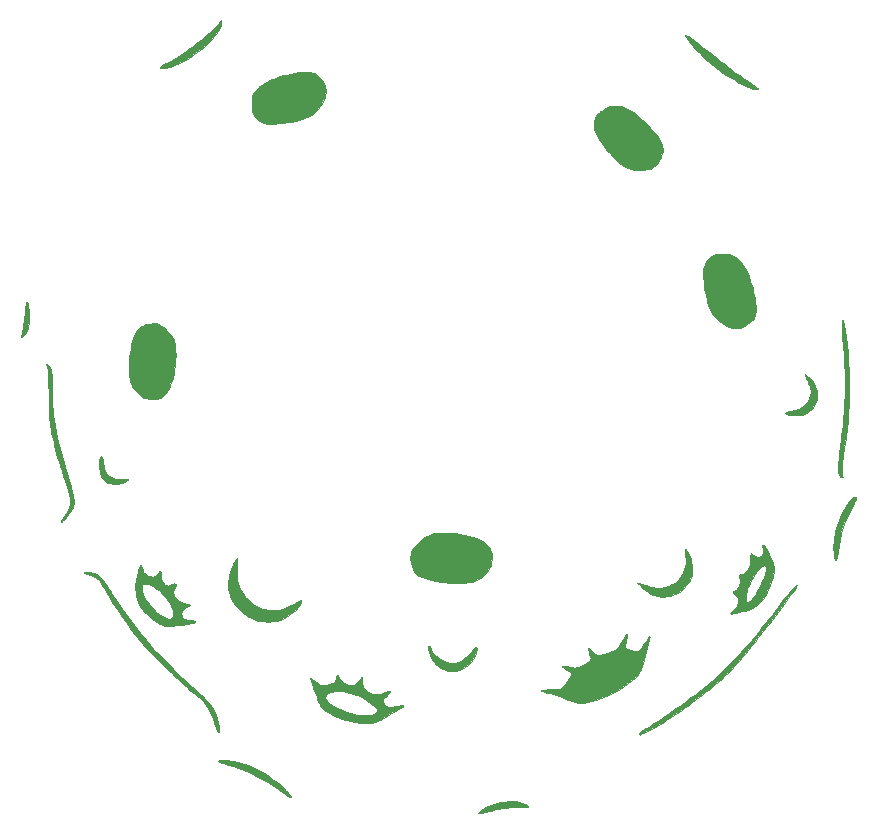
<source format=gbr>
G04 #@! TF.GenerationSoftware,KiCad,Pcbnew,5.1.4-e60b266~84~ubuntu18.04.1*
G04 #@! TF.CreationDate,2019-10-20T18:55:26-06:00*
G04 #@! TF.ProjectId,001,3030312e-6b69-4636-9164-5f7063625858,rev?*
G04 #@! TF.SameCoordinates,Original*
G04 #@! TF.FileFunction,Soldermask,Top*
G04 #@! TF.FilePolarity,Negative*
%FSLAX46Y46*%
G04 Gerber Fmt 4.6, Leading zero omitted, Abs format (unit mm)*
G04 Created by KiCad (PCBNEW 5.1.4-e60b266~84~ubuntu18.04.1) date 2019-10-20 18:55:26*
%MOMM*%
%LPD*%
G04 APERTURE LIST*
%ADD10C,0.010000*%
G04 APERTURE END LIST*
D10*
G36*
X133131606Y-73357961D02*
G01*
X133143093Y-73414677D01*
X133152453Y-73511898D01*
X133153746Y-73530131D01*
X133151970Y-73675214D01*
X133125908Y-73823908D01*
X133074091Y-73978621D01*
X132995049Y-74141765D01*
X132887312Y-74315750D01*
X132749408Y-74502986D01*
X132579868Y-74705884D01*
X132377222Y-74926854D01*
X132176767Y-75131763D01*
X131762487Y-75522964D01*
X131328567Y-75890480D01*
X130880298Y-76230467D01*
X130422975Y-76539079D01*
X129961888Y-76812472D01*
X129614084Y-76993413D01*
X129376318Y-77106159D01*
X129167522Y-77197344D01*
X128981456Y-77268914D01*
X128811878Y-77322811D01*
X128652551Y-77360982D01*
X128497233Y-77385368D01*
X128339686Y-77397915D01*
X128312334Y-77399007D01*
X128181266Y-77401419D01*
X128084352Y-77398553D01*
X128024793Y-77390555D01*
X128010709Y-77385123D01*
X127981661Y-77361825D01*
X127971101Y-77336975D01*
X127981850Y-77308377D01*
X128016726Y-77273838D01*
X128078551Y-77231163D01*
X128170143Y-77178159D01*
X128294323Y-77112629D01*
X128453911Y-77032381D01*
X128481667Y-77018648D01*
X128693903Y-76910546D01*
X128903977Y-76796564D01*
X129116183Y-76673931D01*
X129334816Y-76539877D01*
X129564168Y-76391631D01*
X129808534Y-76226422D01*
X130072208Y-76041479D01*
X130359483Y-75834033D01*
X130651250Y-75618740D01*
X131049172Y-75317658D01*
X131421259Y-75026034D01*
X131765123Y-74745850D01*
X132078379Y-74479093D01*
X132358640Y-74227746D01*
X132594776Y-74002455D01*
X132732954Y-73863488D01*
X132842646Y-73747487D01*
X132927549Y-73649915D01*
X132991359Y-73566234D01*
X133037772Y-73491907D01*
X133070485Y-73422396D01*
X133073333Y-73415043D01*
X133097830Y-73359725D01*
X133116886Y-73340171D01*
X133131606Y-73357961D01*
X133131606Y-73357961D01*
G37*
X133131606Y-73357961D02*
X133143093Y-73414677D01*
X133152453Y-73511898D01*
X133153746Y-73530131D01*
X133151970Y-73675214D01*
X133125908Y-73823908D01*
X133074091Y-73978621D01*
X132995049Y-74141765D01*
X132887312Y-74315750D01*
X132749408Y-74502986D01*
X132579868Y-74705884D01*
X132377222Y-74926854D01*
X132176767Y-75131763D01*
X131762487Y-75522964D01*
X131328567Y-75890480D01*
X130880298Y-76230467D01*
X130422975Y-76539079D01*
X129961888Y-76812472D01*
X129614084Y-76993413D01*
X129376318Y-77106159D01*
X129167522Y-77197344D01*
X128981456Y-77268914D01*
X128811878Y-77322811D01*
X128652551Y-77360982D01*
X128497233Y-77385368D01*
X128339686Y-77397915D01*
X128312334Y-77399007D01*
X128181266Y-77401419D01*
X128084352Y-77398553D01*
X128024793Y-77390555D01*
X128010709Y-77385123D01*
X127981661Y-77361825D01*
X127971101Y-77336975D01*
X127981850Y-77308377D01*
X128016726Y-77273838D01*
X128078551Y-77231163D01*
X128170143Y-77178159D01*
X128294323Y-77112629D01*
X128453911Y-77032381D01*
X128481667Y-77018648D01*
X128693903Y-76910546D01*
X128903977Y-76796564D01*
X129116183Y-76673931D01*
X129334816Y-76539877D01*
X129564168Y-76391631D01*
X129808534Y-76226422D01*
X130072208Y-76041479D01*
X130359483Y-75834033D01*
X130651250Y-75618740D01*
X131049172Y-75317658D01*
X131421259Y-75026034D01*
X131765123Y-74745850D01*
X132078379Y-74479093D01*
X132358640Y-74227746D01*
X132594776Y-74002455D01*
X132732954Y-73863488D01*
X132842646Y-73747487D01*
X132927549Y-73649915D01*
X132991359Y-73566234D01*
X133037772Y-73491907D01*
X133070485Y-73422396D01*
X133073333Y-73415043D01*
X133097830Y-73359725D01*
X133116886Y-73340171D01*
X133131606Y-73357961D01*
G36*
X172501749Y-74626343D02*
G01*
X172581587Y-74669045D01*
X172690311Y-74738633D01*
X172828722Y-74835333D01*
X172997621Y-74959371D01*
X173164500Y-75085508D01*
X173242629Y-75145367D01*
X173349529Y-75227611D01*
X173480551Y-75328644D01*
X173631041Y-75444871D01*
X173796348Y-75572698D01*
X173971821Y-75708529D01*
X174152809Y-75848768D01*
X174334658Y-75989822D01*
X174360417Y-76009814D01*
X174764685Y-76323281D01*
X175137718Y-76611800D01*
X175481415Y-76876774D01*
X175797673Y-77119606D01*
X176088387Y-77341701D01*
X176355457Y-77544463D01*
X176600778Y-77729294D01*
X176826247Y-77897599D01*
X177033763Y-78050782D01*
X177225222Y-78190245D01*
X177402521Y-78317394D01*
X177567557Y-78433631D01*
X177722228Y-78540360D01*
X177868430Y-78638986D01*
X178008061Y-78730911D01*
X178143017Y-78817539D01*
X178223334Y-78868055D01*
X178361350Y-78955427D01*
X178466019Y-79024874D01*
X178540859Y-79079274D01*
X178589391Y-79121507D01*
X178615136Y-79154453D01*
X178621613Y-79180989D01*
X178619115Y-79191776D01*
X178587364Y-79216756D01*
X178519804Y-79224534D01*
X178419354Y-79214996D01*
X178350334Y-79202158D01*
X178178784Y-79158114D01*
X177978834Y-79093498D01*
X177757319Y-79011200D01*
X177521074Y-78914113D01*
X177276933Y-78805129D01*
X177031732Y-78687140D01*
X176792305Y-78563037D01*
X176638059Y-78477645D01*
X176187471Y-78207558D01*
X175738223Y-77912145D01*
X175294539Y-77595110D01*
X174860641Y-77260158D01*
X174440751Y-76910991D01*
X174039093Y-76551313D01*
X173659888Y-76184830D01*
X173307360Y-75815243D01*
X172985732Y-75446258D01*
X172699225Y-75081577D01*
X172584447Y-74922106D01*
X172507799Y-74808230D01*
X172455228Y-74719885D01*
X172427536Y-74657299D01*
X172425525Y-74620696D01*
X172449996Y-74610302D01*
X172501749Y-74626343D01*
X172501749Y-74626343D01*
G37*
X172501749Y-74626343D02*
X172581587Y-74669045D01*
X172690311Y-74738633D01*
X172828722Y-74835333D01*
X172997621Y-74959371D01*
X173164500Y-75085508D01*
X173242629Y-75145367D01*
X173349529Y-75227611D01*
X173480551Y-75328644D01*
X173631041Y-75444871D01*
X173796348Y-75572698D01*
X173971821Y-75708529D01*
X174152809Y-75848768D01*
X174334658Y-75989822D01*
X174360417Y-76009814D01*
X174764685Y-76323281D01*
X175137718Y-76611800D01*
X175481415Y-76876774D01*
X175797673Y-77119606D01*
X176088387Y-77341701D01*
X176355457Y-77544463D01*
X176600778Y-77729294D01*
X176826247Y-77897599D01*
X177033763Y-78050782D01*
X177225222Y-78190245D01*
X177402521Y-78317394D01*
X177567557Y-78433631D01*
X177722228Y-78540360D01*
X177868430Y-78638986D01*
X178008061Y-78730911D01*
X178143017Y-78817539D01*
X178223334Y-78868055D01*
X178361350Y-78955427D01*
X178466019Y-79024874D01*
X178540859Y-79079274D01*
X178589391Y-79121507D01*
X178615136Y-79154453D01*
X178621613Y-79180989D01*
X178619115Y-79191776D01*
X178587364Y-79216756D01*
X178519804Y-79224534D01*
X178419354Y-79214996D01*
X178350334Y-79202158D01*
X178178784Y-79158114D01*
X177978834Y-79093498D01*
X177757319Y-79011200D01*
X177521074Y-78914113D01*
X177276933Y-78805129D01*
X177031732Y-78687140D01*
X176792305Y-78563037D01*
X176638059Y-78477645D01*
X176187471Y-78207558D01*
X175738223Y-77912145D01*
X175294539Y-77595110D01*
X174860641Y-77260158D01*
X174440751Y-76910991D01*
X174039093Y-76551313D01*
X173659888Y-76184830D01*
X173307360Y-75815243D01*
X172985732Y-75446258D01*
X172699225Y-75081577D01*
X172584447Y-74922106D01*
X172507799Y-74808230D01*
X172455228Y-74719885D01*
X172427536Y-74657299D01*
X172425525Y-74620696D01*
X172449996Y-74610302D01*
X172501749Y-74626343D01*
G36*
X140451417Y-77752306D02*
G01*
X140668988Y-77770594D01*
X140852926Y-77802748D01*
X141010368Y-77851240D01*
X141148451Y-77918542D01*
X141274315Y-78007128D01*
X141331740Y-78057246D01*
X141447586Y-78176476D01*
X141565194Y-78318942D01*
X141678899Y-78475867D01*
X141783032Y-78638473D01*
X141871925Y-78797984D01*
X141939912Y-78945622D01*
X141977623Y-79057500D01*
X142009843Y-79261984D01*
X142006913Y-79481998D01*
X141970955Y-79712995D01*
X141904088Y-79950429D01*
X141808434Y-80189751D01*
X141686112Y-80426416D01*
X141539243Y-80655877D01*
X141369948Y-80873586D01*
X141180347Y-81074998D01*
X140972560Y-81255564D01*
X140941364Y-81279507D01*
X140774507Y-81396099D01*
X140596375Y-81501376D01*
X140403365Y-81596473D01*
X140191871Y-81682525D01*
X139958291Y-81760669D01*
X139699018Y-81832040D01*
X139410449Y-81897776D01*
X139088979Y-81959010D01*
X138731004Y-82016881D01*
X138493500Y-82050970D01*
X138223357Y-82085230D01*
X137964807Y-82112307D01*
X137722572Y-82131965D01*
X137501378Y-82143972D01*
X137305947Y-82148093D01*
X137141003Y-82144095D01*
X137011269Y-82131743D01*
X136978131Y-82126021D01*
X136863810Y-82093703D01*
X136726291Y-82039348D01*
X136575194Y-81967662D01*
X136420135Y-81883352D01*
X136270735Y-81791123D01*
X136211982Y-81751153D01*
X136060181Y-81620043D01*
X135929494Y-81457382D01*
X135825074Y-81270831D01*
X135752074Y-81068047D01*
X135751895Y-81067374D01*
X135741399Y-81004532D01*
X135732915Y-80907941D01*
X135726518Y-80786136D01*
X135722287Y-80647659D01*
X135720297Y-80501046D01*
X135720627Y-80354836D01*
X135723354Y-80217568D01*
X135728555Y-80097780D01*
X135736306Y-80004012D01*
X135741935Y-79965264D01*
X135784318Y-79817262D01*
X135856477Y-79654173D01*
X135952968Y-79484394D01*
X136068343Y-79316322D01*
X136197160Y-79158355D01*
X136333971Y-79018890D01*
X136384256Y-78974724D01*
X136572050Y-78828239D01*
X136773727Y-78693478D01*
X136993126Y-78568788D01*
X137234082Y-78452519D01*
X137500433Y-78343017D01*
X137796015Y-78238630D01*
X138124665Y-78137707D01*
X138490221Y-78038595D01*
X138653243Y-77997710D01*
X139051970Y-77906555D01*
X139421865Y-77835868D01*
X139761212Y-77785882D01*
X140068294Y-77756832D01*
X140341393Y-77748952D01*
X140451417Y-77752306D01*
X140451417Y-77752306D01*
G37*
X140451417Y-77752306D02*
X140668988Y-77770594D01*
X140852926Y-77802748D01*
X141010368Y-77851240D01*
X141148451Y-77918542D01*
X141274315Y-78007128D01*
X141331740Y-78057246D01*
X141447586Y-78176476D01*
X141565194Y-78318942D01*
X141678899Y-78475867D01*
X141783032Y-78638473D01*
X141871925Y-78797984D01*
X141939912Y-78945622D01*
X141977623Y-79057500D01*
X142009843Y-79261984D01*
X142006913Y-79481998D01*
X141970955Y-79712995D01*
X141904088Y-79950429D01*
X141808434Y-80189751D01*
X141686112Y-80426416D01*
X141539243Y-80655877D01*
X141369948Y-80873586D01*
X141180347Y-81074998D01*
X140972560Y-81255564D01*
X140941364Y-81279507D01*
X140774507Y-81396099D01*
X140596375Y-81501376D01*
X140403365Y-81596473D01*
X140191871Y-81682525D01*
X139958291Y-81760669D01*
X139699018Y-81832040D01*
X139410449Y-81897776D01*
X139088979Y-81959010D01*
X138731004Y-82016881D01*
X138493500Y-82050970D01*
X138223357Y-82085230D01*
X137964807Y-82112307D01*
X137722572Y-82131965D01*
X137501378Y-82143972D01*
X137305947Y-82148093D01*
X137141003Y-82144095D01*
X137011269Y-82131743D01*
X136978131Y-82126021D01*
X136863810Y-82093703D01*
X136726291Y-82039348D01*
X136575194Y-81967662D01*
X136420135Y-81883352D01*
X136270735Y-81791123D01*
X136211982Y-81751153D01*
X136060181Y-81620043D01*
X135929494Y-81457382D01*
X135825074Y-81270831D01*
X135752074Y-81068047D01*
X135751895Y-81067374D01*
X135741399Y-81004532D01*
X135732915Y-80907941D01*
X135726518Y-80786136D01*
X135722287Y-80647659D01*
X135720297Y-80501046D01*
X135720627Y-80354836D01*
X135723354Y-80217568D01*
X135728555Y-80097780D01*
X135736306Y-80004012D01*
X135741935Y-79965264D01*
X135784318Y-79817262D01*
X135856477Y-79654173D01*
X135952968Y-79484394D01*
X136068343Y-79316322D01*
X136197160Y-79158355D01*
X136333971Y-79018890D01*
X136384256Y-78974724D01*
X136572050Y-78828239D01*
X136773727Y-78693478D01*
X136993126Y-78568788D01*
X137234082Y-78452519D01*
X137500433Y-78343017D01*
X137796015Y-78238630D01*
X138124665Y-78137707D01*
X138490221Y-78038595D01*
X138653243Y-77997710D01*
X139051970Y-77906555D01*
X139421865Y-77835868D01*
X139761212Y-77785882D01*
X140068294Y-77756832D01*
X140341393Y-77748952D01*
X140451417Y-77752306D01*
G36*
X166649107Y-80604052D02*
G01*
X166780432Y-80611074D01*
X166871572Y-80622321D01*
X167118895Y-80678919D01*
X167368215Y-80765897D01*
X167621652Y-80884571D01*
X167881328Y-81036260D01*
X168149365Y-81222279D01*
X168427885Y-81443947D01*
X168719010Y-81702582D01*
X168917445Y-81892555D01*
X169246881Y-82226172D01*
X169539303Y-82543118D01*
X169794574Y-82843189D01*
X170012557Y-83126179D01*
X170193117Y-83391884D01*
X170336117Y-83640100D01*
X170441421Y-83870621D01*
X170508893Y-84083244D01*
X170538395Y-84277763D01*
X170539834Y-84328000D01*
X170525769Y-84478209D01*
X170486155Y-84650237D01*
X170424857Y-84835461D01*
X170345741Y-85025259D01*
X170252675Y-85211007D01*
X170149526Y-85384082D01*
X170040159Y-85535861D01*
X169955268Y-85631658D01*
X169806661Y-85754289D01*
X169624818Y-85858214D01*
X169415043Y-85942241D01*
X169182641Y-86005181D01*
X168932915Y-86045841D01*
X168671169Y-86063032D01*
X168402708Y-86055563D01*
X168180560Y-86030090D01*
X167886128Y-85970186D01*
X167608401Y-85883423D01*
X167343442Y-85767456D01*
X167087315Y-85619940D01*
X166836084Y-85438529D01*
X166585811Y-85220880D01*
X166332559Y-84964647D01*
X166262077Y-84887337D01*
X166055363Y-84651513D01*
X165855386Y-84412771D01*
X165664565Y-84174574D01*
X165485320Y-83940379D01*
X165320069Y-83713649D01*
X165171232Y-83497842D01*
X165041229Y-83296420D01*
X164932478Y-83112841D01*
X164847398Y-82950567D01*
X164788409Y-82813057D01*
X164768465Y-82751084D01*
X164752370Y-82667553D01*
X164739423Y-82552938D01*
X164730006Y-82418398D01*
X164724497Y-82275092D01*
X164723278Y-82134180D01*
X164726727Y-82006819D01*
X164735226Y-81904169D01*
X164738791Y-81880020D01*
X164786907Y-81702011D01*
X164867599Y-81523829D01*
X164973957Y-81356912D01*
X165099069Y-81212699D01*
X165188724Y-81135389D01*
X165257924Y-81087900D01*
X165355323Y-81027021D01*
X165471888Y-80957824D01*
X165598587Y-80885377D01*
X165726387Y-80814751D01*
X165846256Y-80751016D01*
X165949163Y-80699241D01*
X166026075Y-80664497D01*
X166031334Y-80662410D01*
X166113781Y-80639990D01*
X166227560Y-80622430D01*
X166361893Y-80610244D01*
X166506001Y-80603946D01*
X166649107Y-80604052D01*
X166649107Y-80604052D01*
G37*
X166649107Y-80604052D02*
X166780432Y-80611074D01*
X166871572Y-80622321D01*
X167118895Y-80678919D01*
X167368215Y-80765897D01*
X167621652Y-80884571D01*
X167881328Y-81036260D01*
X168149365Y-81222279D01*
X168427885Y-81443947D01*
X168719010Y-81702582D01*
X168917445Y-81892555D01*
X169246881Y-82226172D01*
X169539303Y-82543118D01*
X169794574Y-82843189D01*
X170012557Y-83126179D01*
X170193117Y-83391884D01*
X170336117Y-83640100D01*
X170441421Y-83870621D01*
X170508893Y-84083244D01*
X170538395Y-84277763D01*
X170539834Y-84328000D01*
X170525769Y-84478209D01*
X170486155Y-84650237D01*
X170424857Y-84835461D01*
X170345741Y-85025259D01*
X170252675Y-85211007D01*
X170149526Y-85384082D01*
X170040159Y-85535861D01*
X169955268Y-85631658D01*
X169806661Y-85754289D01*
X169624818Y-85858214D01*
X169415043Y-85942241D01*
X169182641Y-86005181D01*
X168932915Y-86045841D01*
X168671169Y-86063032D01*
X168402708Y-86055563D01*
X168180560Y-86030090D01*
X167886128Y-85970186D01*
X167608401Y-85883423D01*
X167343442Y-85767456D01*
X167087315Y-85619940D01*
X166836084Y-85438529D01*
X166585811Y-85220880D01*
X166332559Y-84964647D01*
X166262077Y-84887337D01*
X166055363Y-84651513D01*
X165855386Y-84412771D01*
X165664565Y-84174574D01*
X165485320Y-83940379D01*
X165320069Y-83713649D01*
X165171232Y-83497842D01*
X165041229Y-83296420D01*
X164932478Y-83112841D01*
X164847398Y-82950567D01*
X164788409Y-82813057D01*
X164768465Y-82751084D01*
X164752370Y-82667553D01*
X164739423Y-82552938D01*
X164730006Y-82418398D01*
X164724497Y-82275092D01*
X164723278Y-82134180D01*
X164726727Y-82006819D01*
X164735226Y-81904169D01*
X164738791Y-81880020D01*
X164786907Y-81702011D01*
X164867599Y-81523829D01*
X164973957Y-81356912D01*
X165099069Y-81212699D01*
X165188724Y-81135389D01*
X165257924Y-81087900D01*
X165355323Y-81027021D01*
X165471888Y-80957824D01*
X165598587Y-80885377D01*
X165726387Y-80814751D01*
X165846256Y-80751016D01*
X165949163Y-80699241D01*
X166026075Y-80664497D01*
X166031334Y-80662410D01*
X166113781Y-80639990D01*
X166227560Y-80622430D01*
X166361893Y-80610244D01*
X166506001Y-80603946D01*
X166649107Y-80604052D01*
G36*
X175700412Y-93157967D02*
G01*
X175723349Y-93158374D01*
X176159584Y-93166432D01*
X176345164Y-93243428D01*
X176576551Y-93356709D01*
X176792687Y-93498885D01*
X176994429Y-93671303D01*
X177182628Y-93875313D01*
X177358141Y-94112264D01*
X177521821Y-94383504D01*
X177674522Y-94690382D01*
X177817099Y-95034246D01*
X177950405Y-95416446D01*
X178075295Y-95838331D01*
X178136840Y-96072439D01*
X178211655Y-96378665D01*
X178272461Y-96651543D01*
X178320230Y-96897320D01*
X178355933Y-97122242D01*
X178380538Y-97332557D01*
X178395018Y-97534512D01*
X178400343Y-97734353D01*
X178400407Y-97768834D01*
X178394449Y-97991790D01*
X178375957Y-98180467D01*
X178342861Y-98341602D01*
X178293091Y-98481937D01*
X178224576Y-98608210D01*
X178135246Y-98727161D01*
X178090744Y-98776857D01*
X177950533Y-98912057D01*
X177786818Y-99045776D01*
X177610388Y-99170627D01*
X177432035Y-99279220D01*
X177262550Y-99364166D01*
X177190529Y-99393269D01*
X177060767Y-99428073D01*
X176906075Y-99449518D01*
X176741956Y-99456798D01*
X176583909Y-99449106D01*
X176468715Y-99430834D01*
X176145288Y-99335973D01*
X175836556Y-99203015D01*
X175545844Y-99034640D01*
X175276476Y-98833528D01*
X175031775Y-98602360D01*
X174815066Y-98343815D01*
X174629671Y-98060575D01*
X174528351Y-97866230D01*
X174454049Y-97688531D01*
X174380703Y-97474416D01*
X174309464Y-97229805D01*
X174241486Y-96960614D01*
X174177920Y-96672761D01*
X174119921Y-96372164D01*
X174068640Y-96064740D01*
X174025230Y-95756408D01*
X173990845Y-95453086D01*
X173966636Y-95160690D01*
X173954817Y-94921917D01*
X173950600Y-94751882D01*
X173951216Y-94614752D01*
X173958448Y-94501210D01*
X173974083Y-94401936D01*
X173999907Y-94307613D01*
X174037704Y-94208921D01*
X174089262Y-94096544D01*
X174128133Y-94017488D01*
X174226219Y-93831814D01*
X174319857Y-93680824D01*
X174414929Y-93558151D01*
X174517315Y-93457425D01*
X174632895Y-93372278D01*
X174767549Y-93296340D01*
X174815500Y-93273005D01*
X174905876Y-93234180D01*
X174996939Y-93204249D01*
X175095485Y-93182353D01*
X175208310Y-93167635D01*
X175342209Y-93159237D01*
X175503977Y-93156300D01*
X175700412Y-93157967D01*
X175700412Y-93157967D01*
G37*
X175700412Y-93157967D02*
X175723349Y-93158374D01*
X176159584Y-93166432D01*
X176345164Y-93243428D01*
X176576551Y-93356709D01*
X176792687Y-93498885D01*
X176994429Y-93671303D01*
X177182628Y-93875313D01*
X177358141Y-94112264D01*
X177521821Y-94383504D01*
X177674522Y-94690382D01*
X177817099Y-95034246D01*
X177950405Y-95416446D01*
X178075295Y-95838331D01*
X178136840Y-96072439D01*
X178211655Y-96378665D01*
X178272461Y-96651543D01*
X178320230Y-96897320D01*
X178355933Y-97122242D01*
X178380538Y-97332557D01*
X178395018Y-97534512D01*
X178400343Y-97734353D01*
X178400407Y-97768834D01*
X178394449Y-97991790D01*
X178375957Y-98180467D01*
X178342861Y-98341602D01*
X178293091Y-98481937D01*
X178224576Y-98608210D01*
X178135246Y-98727161D01*
X178090744Y-98776857D01*
X177950533Y-98912057D01*
X177786818Y-99045776D01*
X177610388Y-99170627D01*
X177432035Y-99279220D01*
X177262550Y-99364166D01*
X177190529Y-99393269D01*
X177060767Y-99428073D01*
X176906075Y-99449518D01*
X176741956Y-99456798D01*
X176583909Y-99449106D01*
X176468715Y-99430834D01*
X176145288Y-99335973D01*
X175836556Y-99203015D01*
X175545844Y-99034640D01*
X175276476Y-98833528D01*
X175031775Y-98602360D01*
X174815066Y-98343815D01*
X174629671Y-98060575D01*
X174528351Y-97866230D01*
X174454049Y-97688531D01*
X174380703Y-97474416D01*
X174309464Y-97229805D01*
X174241486Y-96960614D01*
X174177920Y-96672761D01*
X174119921Y-96372164D01*
X174068640Y-96064740D01*
X174025230Y-95756408D01*
X173990845Y-95453086D01*
X173966636Y-95160690D01*
X173954817Y-94921917D01*
X173950600Y-94751882D01*
X173951216Y-94614752D01*
X173958448Y-94501210D01*
X173974083Y-94401936D01*
X173999907Y-94307613D01*
X174037704Y-94208921D01*
X174089262Y-94096544D01*
X174128133Y-94017488D01*
X174226219Y-93831814D01*
X174319857Y-93680824D01*
X174414929Y-93558151D01*
X174517315Y-93457425D01*
X174632895Y-93372278D01*
X174767549Y-93296340D01*
X174815500Y-93273005D01*
X174905876Y-93234180D01*
X174996939Y-93204249D01*
X175095485Y-93182353D01*
X175208310Y-93167635D01*
X175342209Y-93159237D01*
X175503977Y-93156300D01*
X175700412Y-93157967D01*
G36*
X116710334Y-97227703D02*
G01*
X116735506Y-97258832D01*
X116757947Y-97317169D01*
X116779790Y-97407998D01*
X116799199Y-97513058D01*
X116826806Y-97707378D01*
X116847685Y-97922283D01*
X116861853Y-98150319D01*
X116869324Y-98384035D01*
X116870112Y-98615977D01*
X116864232Y-98838692D01*
X116851700Y-99044728D01*
X116832528Y-99226631D01*
X116806733Y-99376950D01*
X116795430Y-99423381D01*
X116731175Y-99599598D01*
X116635007Y-99780043D01*
X116514119Y-99952734D01*
X116400463Y-100081292D01*
X116322710Y-100156900D01*
X116267336Y-100202776D01*
X116229699Y-100221773D01*
X116205158Y-100216747D01*
X116196666Y-100206640D01*
X116197783Y-100180080D01*
X116209563Y-100122803D01*
X116229836Y-100044432D01*
X116245653Y-99989682D01*
X116282713Y-99855258D01*
X116317104Y-99706660D01*
X116349434Y-99539858D01*
X116380311Y-99350824D01*
X116410342Y-99135528D01*
X116440136Y-98889942D01*
X116470299Y-98610035D01*
X116500856Y-98298000D01*
X116525973Y-98039929D01*
X116549109Y-97821817D01*
X116570647Y-97641356D01*
X116590971Y-97496238D01*
X116610465Y-97384155D01*
X116629511Y-97302798D01*
X116648494Y-97249861D01*
X116667798Y-97223034D01*
X116680300Y-97218500D01*
X116710334Y-97227703D01*
X116710334Y-97227703D01*
G37*
X116710334Y-97227703D02*
X116735506Y-97258832D01*
X116757947Y-97317169D01*
X116779790Y-97407998D01*
X116799199Y-97513058D01*
X116826806Y-97707378D01*
X116847685Y-97922283D01*
X116861853Y-98150319D01*
X116869324Y-98384035D01*
X116870112Y-98615977D01*
X116864232Y-98838692D01*
X116851700Y-99044728D01*
X116832528Y-99226631D01*
X116806733Y-99376950D01*
X116795430Y-99423381D01*
X116731175Y-99599598D01*
X116635007Y-99780043D01*
X116514119Y-99952734D01*
X116400463Y-100081292D01*
X116322710Y-100156900D01*
X116267336Y-100202776D01*
X116229699Y-100221773D01*
X116205158Y-100216747D01*
X116196666Y-100206640D01*
X116197783Y-100180080D01*
X116209563Y-100122803D01*
X116229836Y-100044432D01*
X116245653Y-99989682D01*
X116282713Y-99855258D01*
X116317104Y-99706660D01*
X116349434Y-99539858D01*
X116380311Y-99350824D01*
X116410342Y-99135528D01*
X116440136Y-98889942D01*
X116470299Y-98610035D01*
X116500856Y-98298000D01*
X116525973Y-98039929D01*
X116549109Y-97821817D01*
X116570647Y-97641356D01*
X116590971Y-97496238D01*
X116610465Y-97384155D01*
X116629511Y-97302798D01*
X116648494Y-97249861D01*
X116667798Y-97223034D01*
X116680300Y-97218500D01*
X116710334Y-97227703D01*
G36*
X127644854Y-99048074D02*
G01*
X127760896Y-99071408D01*
X127780365Y-99078155D01*
X127928417Y-99148945D01*
X128091789Y-99253497D01*
X128265715Y-99388309D01*
X128445430Y-99549876D01*
X128514569Y-99617882D01*
X128718858Y-99838822D01*
X128888324Y-100056426D01*
X129028889Y-100278848D01*
X129113606Y-100442501D01*
X129159414Y-100540406D01*
X129195397Y-100623618D01*
X129222855Y-100699391D01*
X129243086Y-100774979D01*
X129257391Y-100857637D01*
X129267067Y-100954618D01*
X129273415Y-101073176D01*
X129277733Y-101220565D01*
X129280818Y-101376130D01*
X129282929Y-101725871D01*
X129275160Y-102048047D01*
X129256282Y-102351542D01*
X129225069Y-102645239D01*
X129180295Y-102938022D01*
X129120731Y-103238775D01*
X129045152Y-103556380D01*
X128952330Y-103899721D01*
X128913805Y-104033571D01*
X128853133Y-104229906D01*
X128794513Y-104392731D01*
X128734016Y-104530446D01*
X128667714Y-104651449D01*
X128591677Y-104764139D01*
X128542012Y-104828448D01*
X128451371Y-104932335D01*
X128341611Y-105044678D01*
X128223687Y-105155251D01*
X128108557Y-105253825D01*
X128007175Y-105330173D01*
X127997811Y-105336459D01*
X127907713Y-105378881D01*
X127784047Y-105412086D01*
X127634728Y-105435297D01*
X127467672Y-105447735D01*
X127290794Y-105448624D01*
X127112009Y-105437184D01*
X127048027Y-105429810D01*
X126835290Y-105390369D01*
X126640951Y-105327890D01*
X126458094Y-105238633D01*
X126279801Y-105118857D01*
X126099155Y-104964819D01*
X125989794Y-104857504D01*
X125831056Y-104682037D01*
X125700970Y-104507272D01*
X125595801Y-104325318D01*
X125511810Y-104128288D01*
X125445261Y-103908293D01*
X125392418Y-103657444D01*
X125376878Y-103563521D01*
X125361276Y-103430455D01*
X125349837Y-103263786D01*
X125342555Y-103072035D01*
X125339425Y-102863728D01*
X125340443Y-102647386D01*
X125345603Y-102431534D01*
X125354900Y-102224696D01*
X125368329Y-102035394D01*
X125377825Y-101938667D01*
X125425676Y-101542179D01*
X125477696Y-101185478D01*
X125534898Y-100866131D01*
X125598298Y-100581711D01*
X125668911Y-100329786D01*
X125747751Y-100107926D01*
X125835835Y-99913702D01*
X125934176Y-99744684D01*
X126043790Y-99598440D01*
X126165691Y-99472542D01*
X126300896Y-99364560D01*
X126450417Y-99272062D01*
X126503117Y-99244500D01*
X126641977Y-99185648D01*
X126803096Y-99135213D01*
X126977967Y-99094304D01*
X127158084Y-99064027D01*
X127334941Y-99045491D01*
X127500033Y-99039805D01*
X127644854Y-99048074D01*
X127644854Y-99048074D01*
G37*
X127644854Y-99048074D02*
X127760896Y-99071408D01*
X127780365Y-99078155D01*
X127928417Y-99148945D01*
X128091789Y-99253497D01*
X128265715Y-99388309D01*
X128445430Y-99549876D01*
X128514569Y-99617882D01*
X128718858Y-99838822D01*
X128888324Y-100056426D01*
X129028889Y-100278848D01*
X129113606Y-100442501D01*
X129159414Y-100540406D01*
X129195397Y-100623618D01*
X129222855Y-100699391D01*
X129243086Y-100774979D01*
X129257391Y-100857637D01*
X129267067Y-100954618D01*
X129273415Y-101073176D01*
X129277733Y-101220565D01*
X129280818Y-101376130D01*
X129282929Y-101725871D01*
X129275160Y-102048047D01*
X129256282Y-102351542D01*
X129225069Y-102645239D01*
X129180295Y-102938022D01*
X129120731Y-103238775D01*
X129045152Y-103556380D01*
X128952330Y-103899721D01*
X128913805Y-104033571D01*
X128853133Y-104229906D01*
X128794513Y-104392731D01*
X128734016Y-104530446D01*
X128667714Y-104651449D01*
X128591677Y-104764139D01*
X128542012Y-104828448D01*
X128451371Y-104932335D01*
X128341611Y-105044678D01*
X128223687Y-105155251D01*
X128108557Y-105253825D01*
X128007175Y-105330173D01*
X127997811Y-105336459D01*
X127907713Y-105378881D01*
X127784047Y-105412086D01*
X127634728Y-105435297D01*
X127467672Y-105447735D01*
X127290794Y-105448624D01*
X127112009Y-105437184D01*
X127048027Y-105429810D01*
X126835290Y-105390369D01*
X126640951Y-105327890D01*
X126458094Y-105238633D01*
X126279801Y-105118857D01*
X126099155Y-104964819D01*
X125989794Y-104857504D01*
X125831056Y-104682037D01*
X125700970Y-104507272D01*
X125595801Y-104325318D01*
X125511810Y-104128288D01*
X125445261Y-103908293D01*
X125392418Y-103657444D01*
X125376878Y-103563521D01*
X125361276Y-103430455D01*
X125349837Y-103263786D01*
X125342555Y-103072035D01*
X125339425Y-102863728D01*
X125340443Y-102647386D01*
X125345603Y-102431534D01*
X125354900Y-102224696D01*
X125368329Y-102035394D01*
X125377825Y-101938667D01*
X125425676Y-101542179D01*
X125477696Y-101185478D01*
X125534898Y-100866131D01*
X125598298Y-100581711D01*
X125668911Y-100329786D01*
X125747751Y-100107926D01*
X125835835Y-99913702D01*
X125934176Y-99744684D01*
X126043790Y-99598440D01*
X126165691Y-99472542D01*
X126300896Y-99364560D01*
X126450417Y-99272062D01*
X126503117Y-99244500D01*
X126641977Y-99185648D01*
X126803096Y-99135213D01*
X126977967Y-99094304D01*
X127158084Y-99064027D01*
X127334941Y-99045491D01*
X127500033Y-99039805D01*
X127644854Y-99048074D01*
G36*
X182612222Y-103375636D02*
G01*
X182674475Y-103415322D01*
X182760490Y-103479352D01*
X182872935Y-103569369D01*
X182971522Y-103650995D01*
X183118924Y-103792044D01*
X183244165Y-103952137D01*
X183350263Y-104136635D01*
X183440232Y-104350894D01*
X183517090Y-104600273D01*
X183526752Y-104637417D01*
X183557624Y-104785994D01*
X183580187Y-104950813D01*
X183593646Y-105119434D01*
X183597204Y-105279415D01*
X183590065Y-105418317D01*
X183580901Y-105483301D01*
X183536058Y-105636454D01*
X183457948Y-105805166D01*
X183350011Y-105983910D01*
X183215690Y-106167160D01*
X183058426Y-106349390D01*
X183009619Y-106400640D01*
X182839316Y-106553829D01*
X182664907Y-106666758D01*
X182483036Y-106741495D01*
X182435044Y-106754695D01*
X182371073Y-106765292D01*
X182273077Y-106774875D01*
X182148826Y-106783255D01*
X182006093Y-106790242D01*
X181852649Y-106795647D01*
X181696266Y-106799282D01*
X181544717Y-106800956D01*
X181405772Y-106800481D01*
X181287204Y-106797667D01*
X181196784Y-106792325D01*
X181149404Y-106785992D01*
X181050715Y-106755969D01*
X180975964Y-106715298D01*
X180929894Y-106668434D01*
X180917249Y-106619830D01*
X180933707Y-106583496D01*
X180975815Y-106555793D01*
X181057419Y-106524922D01*
X181175860Y-106491617D01*
X181328482Y-106456614D01*
X181512627Y-106420648D01*
X181542056Y-106415348D01*
X181699270Y-106386013D01*
X181824007Y-106359097D01*
X181925796Y-106331768D01*
X182014167Y-106301192D01*
X182098648Y-106264535D01*
X182170917Y-106228364D01*
X182292050Y-106149781D01*
X182421653Y-106038782D01*
X182553374Y-105902605D01*
X182680862Y-105748489D01*
X182797763Y-105583672D01*
X182897725Y-105415391D01*
X182917001Y-105378250D01*
X182983981Y-105228179D01*
X183025398Y-105087668D01*
X183045559Y-104938443D01*
X183049334Y-104816878D01*
X183046218Y-104700787D01*
X183035455Y-104592674D01*
X183014922Y-104485596D01*
X182982497Y-104372611D01*
X182936057Y-104246777D01*
X182873479Y-104101152D01*
X182792640Y-103928792D01*
X182752646Y-103846583D01*
X182691784Y-103721199D01*
X182637784Y-103607556D01*
X182593312Y-103511468D01*
X182561038Y-103438749D01*
X182543629Y-103395211D01*
X182541334Y-103386208D01*
X182548320Y-103362722D01*
X182571060Y-103358650D01*
X182612222Y-103375636D01*
X182612222Y-103375636D01*
G37*
X182612222Y-103375636D02*
X182674475Y-103415322D01*
X182760490Y-103479352D01*
X182872935Y-103569369D01*
X182971522Y-103650995D01*
X183118924Y-103792044D01*
X183244165Y-103952137D01*
X183350263Y-104136635D01*
X183440232Y-104350894D01*
X183517090Y-104600273D01*
X183526752Y-104637417D01*
X183557624Y-104785994D01*
X183580187Y-104950813D01*
X183593646Y-105119434D01*
X183597204Y-105279415D01*
X183590065Y-105418317D01*
X183580901Y-105483301D01*
X183536058Y-105636454D01*
X183457948Y-105805166D01*
X183350011Y-105983910D01*
X183215690Y-106167160D01*
X183058426Y-106349390D01*
X183009619Y-106400640D01*
X182839316Y-106553829D01*
X182664907Y-106666758D01*
X182483036Y-106741495D01*
X182435044Y-106754695D01*
X182371073Y-106765292D01*
X182273077Y-106774875D01*
X182148826Y-106783255D01*
X182006093Y-106790242D01*
X181852649Y-106795647D01*
X181696266Y-106799282D01*
X181544717Y-106800956D01*
X181405772Y-106800481D01*
X181287204Y-106797667D01*
X181196784Y-106792325D01*
X181149404Y-106785992D01*
X181050715Y-106755969D01*
X180975964Y-106715298D01*
X180929894Y-106668434D01*
X180917249Y-106619830D01*
X180933707Y-106583496D01*
X180975815Y-106555793D01*
X181057419Y-106524922D01*
X181175860Y-106491617D01*
X181328482Y-106456614D01*
X181512627Y-106420648D01*
X181542056Y-106415348D01*
X181699270Y-106386013D01*
X181824007Y-106359097D01*
X181925796Y-106331768D01*
X182014167Y-106301192D01*
X182098648Y-106264535D01*
X182170917Y-106228364D01*
X182292050Y-106149781D01*
X182421653Y-106038782D01*
X182553374Y-105902605D01*
X182680862Y-105748489D01*
X182797763Y-105583672D01*
X182897725Y-105415391D01*
X182917001Y-105378250D01*
X182983981Y-105228179D01*
X183025398Y-105087668D01*
X183045559Y-104938443D01*
X183049334Y-104816878D01*
X183046218Y-104700787D01*
X183035455Y-104592674D01*
X183014922Y-104485596D01*
X182982497Y-104372611D01*
X182936057Y-104246777D01*
X182873479Y-104101152D01*
X182792640Y-103928792D01*
X182752646Y-103846583D01*
X182691784Y-103721199D01*
X182637784Y-103607556D01*
X182593312Y-103511468D01*
X182561038Y-103438749D01*
X182543629Y-103395211D01*
X182541334Y-103386208D01*
X182548320Y-103362722D01*
X182571060Y-103358650D01*
X182612222Y-103375636D01*
G36*
X185742042Y-98730440D02*
G01*
X185770510Y-98771012D01*
X185777750Y-98790125D01*
X185794073Y-98850257D01*
X185815949Y-98945471D01*
X185842105Y-99069072D01*
X185871266Y-99214363D01*
X185902158Y-99374648D01*
X185933507Y-99543231D01*
X185964039Y-99713415D01*
X185992480Y-99878504D01*
X186017555Y-100031802D01*
X186032483Y-100128917D01*
X186122649Y-100816089D01*
X186194475Y-101539567D01*
X186247867Y-102297458D01*
X186282727Y-103087865D01*
X186298958Y-103908894D01*
X186296466Y-104758651D01*
X186288818Y-105166584D01*
X186277124Y-105609429D01*
X186263557Y-106016540D01*
X186247530Y-106394497D01*
X186228456Y-106749880D01*
X186205747Y-107089269D01*
X186178816Y-107419242D01*
X186147074Y-107746381D01*
X186109936Y-108077264D01*
X186066813Y-108418473D01*
X186017118Y-108776586D01*
X185960263Y-109158183D01*
X185895757Y-109569250D01*
X185866590Y-109754305D01*
X185838213Y-109939726D01*
X185811732Y-110117870D01*
X185788257Y-110281096D01*
X185768898Y-110421759D01*
X185754761Y-110532218D01*
X185749898Y-110574667D01*
X185732041Y-110762328D01*
X185718097Y-110952251D01*
X185708279Y-111137259D01*
X185702801Y-111310174D01*
X185701876Y-111463818D01*
X185705718Y-111591015D01*
X185714540Y-111684586D01*
X185716526Y-111696500D01*
X185732302Y-111793528D01*
X185746228Y-111896540D01*
X185752651Y-111955792D01*
X185757850Y-112024148D01*
X185755257Y-112060495D01*
X185741597Y-112074918D01*
X185713594Y-112077500D01*
X185713117Y-112077500D01*
X185666913Y-112064387D01*
X185608603Y-112031237D01*
X185582959Y-112011953D01*
X185515340Y-111944283D01*
X185463041Y-111862603D01*
X185424607Y-111761553D01*
X185398582Y-111635775D01*
X185383509Y-111479908D01*
X185377934Y-111288593D01*
X185377827Y-111256809D01*
X185378778Y-111173975D01*
X185381937Y-111082653D01*
X185387611Y-110979783D01*
X185396109Y-110862306D01*
X185407738Y-110727163D01*
X185422808Y-110571294D01*
X185441626Y-110391640D01*
X185464501Y-110185141D01*
X185491740Y-109948738D01*
X185523653Y-109679372D01*
X185560548Y-109373982D01*
X185600129Y-109050667D01*
X185659163Y-108563439D01*
X185711640Y-108113597D01*
X185757884Y-107696755D01*
X185798220Y-107308527D01*
X185832971Y-106944530D01*
X185862460Y-106600377D01*
X185887013Y-106271684D01*
X185906953Y-105954065D01*
X185922603Y-105643136D01*
X185934289Y-105334510D01*
X185942333Y-105023804D01*
X185947059Y-104706631D01*
X185948792Y-104378607D01*
X185948815Y-104330500D01*
X185947416Y-103999333D01*
X185943120Y-103674355D01*
X185935670Y-103350112D01*
X185924812Y-103021150D01*
X185910291Y-102682015D01*
X185891851Y-102327253D01*
X185869238Y-101951410D01*
X185842197Y-101549033D01*
X185810472Y-101114666D01*
X185780056Y-100721584D01*
X185751296Y-100349898D01*
X185727060Y-100019381D01*
X185707305Y-99729111D01*
X185691987Y-99478169D01*
X185681063Y-99265638D01*
X185674489Y-99090597D01*
X185672222Y-98952128D01*
X185674218Y-98849312D01*
X185680433Y-98781229D01*
X185686848Y-98754815D01*
X185711589Y-98724045D01*
X185742042Y-98730440D01*
X185742042Y-98730440D01*
G37*
X185742042Y-98730440D02*
X185770510Y-98771012D01*
X185777750Y-98790125D01*
X185794073Y-98850257D01*
X185815949Y-98945471D01*
X185842105Y-99069072D01*
X185871266Y-99214363D01*
X185902158Y-99374648D01*
X185933507Y-99543231D01*
X185964039Y-99713415D01*
X185992480Y-99878504D01*
X186017555Y-100031802D01*
X186032483Y-100128917D01*
X186122649Y-100816089D01*
X186194475Y-101539567D01*
X186247867Y-102297458D01*
X186282727Y-103087865D01*
X186298958Y-103908894D01*
X186296466Y-104758651D01*
X186288818Y-105166584D01*
X186277124Y-105609429D01*
X186263557Y-106016540D01*
X186247530Y-106394497D01*
X186228456Y-106749880D01*
X186205747Y-107089269D01*
X186178816Y-107419242D01*
X186147074Y-107746381D01*
X186109936Y-108077264D01*
X186066813Y-108418473D01*
X186017118Y-108776586D01*
X185960263Y-109158183D01*
X185895757Y-109569250D01*
X185866590Y-109754305D01*
X185838213Y-109939726D01*
X185811732Y-110117870D01*
X185788257Y-110281096D01*
X185768898Y-110421759D01*
X185754761Y-110532218D01*
X185749898Y-110574667D01*
X185732041Y-110762328D01*
X185718097Y-110952251D01*
X185708279Y-111137259D01*
X185702801Y-111310174D01*
X185701876Y-111463818D01*
X185705718Y-111591015D01*
X185714540Y-111684586D01*
X185716526Y-111696500D01*
X185732302Y-111793528D01*
X185746228Y-111896540D01*
X185752651Y-111955792D01*
X185757850Y-112024148D01*
X185755257Y-112060495D01*
X185741597Y-112074918D01*
X185713594Y-112077500D01*
X185713117Y-112077500D01*
X185666913Y-112064387D01*
X185608603Y-112031237D01*
X185582959Y-112011953D01*
X185515340Y-111944283D01*
X185463041Y-111862603D01*
X185424607Y-111761553D01*
X185398582Y-111635775D01*
X185383509Y-111479908D01*
X185377934Y-111288593D01*
X185377827Y-111256809D01*
X185378778Y-111173975D01*
X185381937Y-111082653D01*
X185387611Y-110979783D01*
X185396109Y-110862306D01*
X185407738Y-110727163D01*
X185422808Y-110571294D01*
X185441626Y-110391640D01*
X185464501Y-110185141D01*
X185491740Y-109948738D01*
X185523653Y-109679372D01*
X185560548Y-109373982D01*
X185600129Y-109050667D01*
X185659163Y-108563439D01*
X185711640Y-108113597D01*
X185757884Y-107696755D01*
X185798220Y-107308527D01*
X185832971Y-106944530D01*
X185862460Y-106600377D01*
X185887013Y-106271684D01*
X185906953Y-105954065D01*
X185922603Y-105643136D01*
X185934289Y-105334510D01*
X185942333Y-105023804D01*
X185947059Y-104706631D01*
X185948792Y-104378607D01*
X185948815Y-104330500D01*
X185947416Y-103999333D01*
X185943120Y-103674355D01*
X185935670Y-103350112D01*
X185924812Y-103021150D01*
X185910291Y-102682015D01*
X185891851Y-102327253D01*
X185869238Y-101951410D01*
X185842197Y-101549033D01*
X185810472Y-101114666D01*
X185780056Y-100721584D01*
X185751296Y-100349898D01*
X185727060Y-100019381D01*
X185707305Y-99729111D01*
X185691987Y-99478169D01*
X185681063Y-99265638D01*
X185674489Y-99090597D01*
X185672222Y-98952128D01*
X185674218Y-98849312D01*
X185680433Y-98781229D01*
X185686848Y-98754815D01*
X185711589Y-98724045D01*
X185742042Y-98730440D01*
G36*
X123031316Y-110314521D02*
G01*
X123052996Y-110342313D01*
X123072630Y-110391484D01*
X123091419Y-110466505D01*
X123110561Y-110571845D01*
X123131256Y-110711974D01*
X123146227Y-110824738D01*
X123164488Y-110954134D01*
X123185460Y-111083079D01*
X123206949Y-111199202D01*
X123226759Y-111290137D01*
X123233142Y-111314632D01*
X123309873Y-111532273D01*
X123410139Y-111716456D01*
X123536482Y-111870485D01*
X123691442Y-111997660D01*
X123814664Y-112070594D01*
X123998567Y-112154085D01*
X124177903Y-112208819D01*
X124363574Y-112236640D01*
X124566484Y-112239392D01*
X124735167Y-112226263D01*
X124849190Y-112214325D01*
X124967680Y-112202629D01*
X125071839Y-112193005D01*
X125110875Y-112189687D01*
X125189944Y-112184059D01*
X125235846Y-112184418D01*
X125257547Y-112192599D01*
X125264008Y-112210434D01*
X125264334Y-112221071D01*
X125245333Y-112266039D01*
X125192960Y-112319779D01*
X125114153Y-112378143D01*
X125015854Y-112436981D01*
X124905002Y-112492147D01*
X124788537Y-112539491D01*
X124673401Y-112574866D01*
X124671667Y-112575298D01*
X124571848Y-112593562D01*
X124444984Y-112607299D01*
X124302663Y-112616200D01*
X124156473Y-112619956D01*
X124018004Y-112618257D01*
X123898843Y-112610795D01*
X123814417Y-112598164D01*
X123588390Y-112529656D01*
X123393706Y-112435210D01*
X123231523Y-112315588D01*
X123102999Y-112171555D01*
X123056274Y-112098667D01*
X123015701Y-112014742D01*
X122971298Y-111901286D01*
X122927073Y-111770371D01*
X122887036Y-111634068D01*
X122855193Y-111504448D01*
X122848933Y-111474250D01*
X122837511Y-111392446D01*
X122828918Y-111282609D01*
X122823175Y-111153792D01*
X122820304Y-111015047D01*
X122820325Y-110875425D01*
X122823260Y-110743978D01*
X122829128Y-110629759D01*
X122837952Y-110541820D01*
X122846671Y-110498055D01*
X122882564Y-110409050D01*
X122927845Y-110343111D01*
X122976629Y-110307404D01*
X123006392Y-110303640D01*
X123031316Y-110314521D01*
X123031316Y-110314521D01*
G37*
X123031316Y-110314521D02*
X123052996Y-110342313D01*
X123072630Y-110391484D01*
X123091419Y-110466505D01*
X123110561Y-110571845D01*
X123131256Y-110711974D01*
X123146227Y-110824738D01*
X123164488Y-110954134D01*
X123185460Y-111083079D01*
X123206949Y-111199202D01*
X123226759Y-111290137D01*
X123233142Y-111314632D01*
X123309873Y-111532273D01*
X123410139Y-111716456D01*
X123536482Y-111870485D01*
X123691442Y-111997660D01*
X123814664Y-112070594D01*
X123998567Y-112154085D01*
X124177903Y-112208819D01*
X124363574Y-112236640D01*
X124566484Y-112239392D01*
X124735167Y-112226263D01*
X124849190Y-112214325D01*
X124967680Y-112202629D01*
X125071839Y-112193005D01*
X125110875Y-112189687D01*
X125189944Y-112184059D01*
X125235846Y-112184418D01*
X125257547Y-112192599D01*
X125264008Y-112210434D01*
X125264334Y-112221071D01*
X125245333Y-112266039D01*
X125192960Y-112319779D01*
X125114153Y-112378143D01*
X125015854Y-112436981D01*
X124905002Y-112492147D01*
X124788537Y-112539491D01*
X124673401Y-112574866D01*
X124671667Y-112575298D01*
X124571848Y-112593562D01*
X124444984Y-112607299D01*
X124302663Y-112616200D01*
X124156473Y-112619956D01*
X124018004Y-112618257D01*
X123898843Y-112610795D01*
X123814417Y-112598164D01*
X123588390Y-112529656D01*
X123393706Y-112435210D01*
X123231523Y-112315588D01*
X123102999Y-112171555D01*
X123056274Y-112098667D01*
X123015701Y-112014742D01*
X122971298Y-111901286D01*
X122927073Y-111770371D01*
X122887036Y-111634068D01*
X122855193Y-111504448D01*
X122848933Y-111474250D01*
X122837511Y-111392446D01*
X122828918Y-111282609D01*
X122823175Y-111153792D01*
X122820304Y-111015047D01*
X122820325Y-110875425D01*
X122823260Y-110743978D01*
X122829128Y-110629759D01*
X122837952Y-110541820D01*
X122846671Y-110498055D01*
X122882564Y-110409050D01*
X122927845Y-110343111D01*
X122976629Y-110307404D01*
X123006392Y-110303640D01*
X123031316Y-110314521D01*
G36*
X118452817Y-102525223D02*
G01*
X118526185Y-102581698D01*
X118597475Y-102665083D01*
X118661352Y-102771022D01*
X118675008Y-102799365D01*
X118697305Y-102849499D01*
X118716591Y-102898263D01*
X118733131Y-102949100D01*
X118747191Y-103005456D01*
X118759035Y-103070776D01*
X118768931Y-103148504D01*
X118777143Y-103242085D01*
X118783936Y-103354964D01*
X118789577Y-103490586D01*
X118794331Y-103652394D01*
X118798463Y-103843835D01*
X118802239Y-104068353D01*
X118805925Y-104329392D01*
X118808541Y-104531584D01*
X118811691Y-104765559D01*
X118815049Y-104988553D01*
X118818535Y-105196692D01*
X118822065Y-105386101D01*
X118825559Y-105552906D01*
X118828936Y-105693232D01*
X118832112Y-105803205D01*
X118835008Y-105878950D01*
X118837540Y-105916594D01*
X118837751Y-105918000D01*
X118844014Y-105964050D01*
X118853158Y-106043223D01*
X118864206Y-106146483D01*
X118876178Y-106264796D01*
X118883597Y-106341334D01*
X118932493Y-106784425D01*
X118996722Y-107246107D01*
X119076764Y-107728545D01*
X119173098Y-108233907D01*
X119286204Y-108764358D01*
X119416560Y-109322067D01*
X119564647Y-109909200D01*
X119730943Y-110527922D01*
X119915927Y-111180403D01*
X120068202Y-111696500D01*
X120168749Y-112033006D01*
X120257405Y-112332098D01*
X120334896Y-112596772D01*
X120401950Y-112830025D01*
X120459293Y-113034852D01*
X120507651Y-113214249D01*
X120547752Y-113371212D01*
X120580321Y-113508736D01*
X120606087Y-113629818D01*
X120625774Y-113737453D01*
X120640110Y-113834637D01*
X120649822Y-113924367D01*
X120655636Y-114009637D01*
X120658279Y-114093443D01*
X120658624Y-114130667D01*
X120655589Y-114281064D01*
X120642752Y-114403510D01*
X120616266Y-114511484D01*
X120572283Y-114618465D01*
X120506954Y-114737929D01*
X120466130Y-114804875D01*
X120398678Y-114907615D01*
X120310587Y-115033701D01*
X120208574Y-115174171D01*
X120099355Y-115320063D01*
X119989646Y-115462415D01*
X119886163Y-115592265D01*
X119795623Y-115700650D01*
X119789689Y-115707494D01*
X119710104Y-115795646D01*
X119651059Y-115852369D01*
X119608494Y-115880690D01*
X119578351Y-115883634D01*
X119565021Y-115874965D01*
X119562476Y-115850607D01*
X119582040Y-115802319D01*
X119625014Y-115727783D01*
X119692703Y-115624680D01*
X119760149Y-115527667D01*
X119929455Y-115278207D01*
X120067824Y-115050761D01*
X120176823Y-114840221D01*
X120258017Y-114641477D01*
X120312972Y-114449422D01*
X120343256Y-114258946D01*
X120350433Y-114064940D01*
X120336071Y-113862295D01*
X120314966Y-113717917D01*
X120302751Y-113648547D01*
X120290420Y-113583264D01*
X120276928Y-113518551D01*
X120261232Y-113450893D01*
X120242288Y-113376772D01*
X120219053Y-113292673D01*
X120190483Y-113195079D01*
X120155535Y-113080473D01*
X120113164Y-112945341D01*
X120062327Y-112786164D01*
X120001980Y-112599427D01*
X119931081Y-112381614D01*
X119848584Y-112129208D01*
X119793540Y-111961084D01*
X119646896Y-111509964D01*
X119514277Y-111094296D01*
X119394635Y-110709974D01*
X119286920Y-110352890D01*
X119190082Y-110018939D01*
X119103071Y-109704014D01*
X119024838Y-109404008D01*
X118954333Y-109114816D01*
X118890507Y-108832330D01*
X118832311Y-108552445D01*
X118778693Y-108271053D01*
X118728606Y-107984049D01*
X118681000Y-107687326D01*
X118652010Y-107494917D01*
X118626948Y-107320046D01*
X118605624Y-107158757D01*
X118587740Y-107005634D01*
X118572997Y-106855260D01*
X118561098Y-106702217D01*
X118551743Y-106541089D01*
X118544635Y-106366458D01*
X118539475Y-106172908D01*
X118535964Y-105955022D01*
X118533805Y-105707382D01*
X118532698Y-105424572D01*
X118532518Y-105325334D01*
X118531522Y-105013784D01*
X118529489Y-104711009D01*
X118526496Y-104420073D01*
X118522621Y-104144041D01*
X118517942Y-103885975D01*
X118512536Y-103648942D01*
X118506481Y-103436005D01*
X118499854Y-103250228D01*
X118492733Y-103094677D01*
X118485196Y-102972415D01*
X118477321Y-102886507D01*
X118469587Y-102841326D01*
X118440875Y-102778566D01*
X118393929Y-102707574D01*
X118362393Y-102669625D01*
X118308500Y-102606950D01*
X118284512Y-102564730D01*
X118288502Y-102535516D01*
X118318541Y-102511860D01*
X118321183Y-102510426D01*
X118382705Y-102500013D01*
X118452817Y-102525223D01*
X118452817Y-102525223D01*
G37*
X118452817Y-102525223D02*
X118526185Y-102581698D01*
X118597475Y-102665083D01*
X118661352Y-102771022D01*
X118675008Y-102799365D01*
X118697305Y-102849499D01*
X118716591Y-102898263D01*
X118733131Y-102949100D01*
X118747191Y-103005456D01*
X118759035Y-103070776D01*
X118768931Y-103148504D01*
X118777143Y-103242085D01*
X118783936Y-103354964D01*
X118789577Y-103490586D01*
X118794331Y-103652394D01*
X118798463Y-103843835D01*
X118802239Y-104068353D01*
X118805925Y-104329392D01*
X118808541Y-104531584D01*
X118811691Y-104765559D01*
X118815049Y-104988553D01*
X118818535Y-105196692D01*
X118822065Y-105386101D01*
X118825559Y-105552906D01*
X118828936Y-105693232D01*
X118832112Y-105803205D01*
X118835008Y-105878950D01*
X118837540Y-105916594D01*
X118837751Y-105918000D01*
X118844014Y-105964050D01*
X118853158Y-106043223D01*
X118864206Y-106146483D01*
X118876178Y-106264796D01*
X118883597Y-106341334D01*
X118932493Y-106784425D01*
X118996722Y-107246107D01*
X119076764Y-107728545D01*
X119173098Y-108233907D01*
X119286204Y-108764358D01*
X119416560Y-109322067D01*
X119564647Y-109909200D01*
X119730943Y-110527922D01*
X119915927Y-111180403D01*
X120068202Y-111696500D01*
X120168749Y-112033006D01*
X120257405Y-112332098D01*
X120334896Y-112596772D01*
X120401950Y-112830025D01*
X120459293Y-113034852D01*
X120507651Y-113214249D01*
X120547752Y-113371212D01*
X120580321Y-113508736D01*
X120606087Y-113629818D01*
X120625774Y-113737453D01*
X120640110Y-113834637D01*
X120649822Y-113924367D01*
X120655636Y-114009637D01*
X120658279Y-114093443D01*
X120658624Y-114130667D01*
X120655589Y-114281064D01*
X120642752Y-114403510D01*
X120616266Y-114511484D01*
X120572283Y-114618465D01*
X120506954Y-114737929D01*
X120466130Y-114804875D01*
X120398678Y-114907615D01*
X120310587Y-115033701D01*
X120208574Y-115174171D01*
X120099355Y-115320063D01*
X119989646Y-115462415D01*
X119886163Y-115592265D01*
X119795623Y-115700650D01*
X119789689Y-115707494D01*
X119710104Y-115795646D01*
X119651059Y-115852369D01*
X119608494Y-115880690D01*
X119578351Y-115883634D01*
X119565021Y-115874965D01*
X119562476Y-115850607D01*
X119582040Y-115802319D01*
X119625014Y-115727783D01*
X119692703Y-115624680D01*
X119760149Y-115527667D01*
X119929455Y-115278207D01*
X120067824Y-115050761D01*
X120176823Y-114840221D01*
X120258017Y-114641477D01*
X120312972Y-114449422D01*
X120343256Y-114258946D01*
X120350433Y-114064940D01*
X120336071Y-113862295D01*
X120314966Y-113717917D01*
X120302751Y-113648547D01*
X120290420Y-113583264D01*
X120276928Y-113518551D01*
X120261232Y-113450893D01*
X120242288Y-113376772D01*
X120219053Y-113292673D01*
X120190483Y-113195079D01*
X120155535Y-113080473D01*
X120113164Y-112945341D01*
X120062327Y-112786164D01*
X120001980Y-112599427D01*
X119931081Y-112381614D01*
X119848584Y-112129208D01*
X119793540Y-111961084D01*
X119646896Y-111509964D01*
X119514277Y-111094296D01*
X119394635Y-110709974D01*
X119286920Y-110352890D01*
X119190082Y-110018939D01*
X119103071Y-109704014D01*
X119024838Y-109404008D01*
X118954333Y-109114816D01*
X118890507Y-108832330D01*
X118832311Y-108552445D01*
X118778693Y-108271053D01*
X118728606Y-107984049D01*
X118681000Y-107687326D01*
X118652010Y-107494917D01*
X118626948Y-107320046D01*
X118605624Y-107158757D01*
X118587740Y-107005634D01*
X118572997Y-106855260D01*
X118561098Y-106702217D01*
X118551743Y-106541089D01*
X118544635Y-106366458D01*
X118539475Y-106172908D01*
X118535964Y-105955022D01*
X118533805Y-105707382D01*
X118532698Y-105424572D01*
X118532518Y-105325334D01*
X118531522Y-105013784D01*
X118529489Y-104711009D01*
X118526496Y-104420073D01*
X118522621Y-104144041D01*
X118517942Y-103885975D01*
X118512536Y-103648942D01*
X118506481Y-103436005D01*
X118499854Y-103250228D01*
X118492733Y-103094677D01*
X118485196Y-102972415D01*
X118477321Y-102886507D01*
X118469587Y-102841326D01*
X118440875Y-102778566D01*
X118393929Y-102707574D01*
X118362393Y-102669625D01*
X118308500Y-102606950D01*
X118284512Y-102564730D01*
X118288502Y-102535516D01*
X118318541Y-102511860D01*
X118321183Y-102510426D01*
X118382705Y-102500013D01*
X118452817Y-102525223D01*
G36*
X186918745Y-113719331D02*
G01*
X186937140Y-113743467D01*
X186937224Y-113785821D01*
X186918258Y-113849748D01*
X186879507Y-113938602D01*
X186820235Y-114055737D01*
X186739705Y-114204508D01*
X186710258Y-114257667D01*
X186435185Y-114775648D01*
X186194744Y-115279695D01*
X185986663Y-115776611D01*
X185808667Y-116273198D01*
X185658483Y-116776260D01*
X185533837Y-117292600D01*
X185432457Y-117829020D01*
X185366323Y-118279134D01*
X185336978Y-118493904D01*
X185309583Y-118669358D01*
X185283356Y-118808425D01*
X185257517Y-118914035D01*
X185231284Y-118989116D01*
X185203875Y-119036597D01*
X185174509Y-119059408D01*
X185157341Y-119062500D01*
X185130740Y-119045018D01*
X185100146Y-119001506D01*
X185092192Y-118986008D01*
X185060710Y-118905516D01*
X185035639Y-118807878D01*
X185016462Y-118688460D01*
X185002661Y-118542626D01*
X184993718Y-118365738D01*
X184989114Y-118153163D01*
X184988372Y-118057084D01*
X184988070Y-117886999D01*
X184989218Y-117750732D01*
X184992326Y-117639775D01*
X184997906Y-117545622D01*
X185006470Y-117459767D01*
X185018531Y-117373704D01*
X185034599Y-117278926D01*
X185035497Y-117273917D01*
X185128162Y-116827229D01*
X185245735Y-116384878D01*
X185391313Y-115936176D01*
X185532408Y-115559417D01*
X185660209Y-115252776D01*
X185792301Y-114967429D01*
X185927146Y-114705563D01*
X186063209Y-114469365D01*
X186198952Y-114261023D01*
X186332838Y-114082726D01*
X186463331Y-113936660D01*
X186588893Y-113825014D01*
X186707989Y-113749976D01*
X186819080Y-113713733D01*
X186829960Y-113712296D01*
X186882772Y-113710059D01*
X186918745Y-113719331D01*
X186918745Y-113719331D01*
G37*
X186918745Y-113719331D02*
X186937140Y-113743467D01*
X186937224Y-113785821D01*
X186918258Y-113849748D01*
X186879507Y-113938602D01*
X186820235Y-114055737D01*
X186739705Y-114204508D01*
X186710258Y-114257667D01*
X186435185Y-114775648D01*
X186194744Y-115279695D01*
X185986663Y-115776611D01*
X185808667Y-116273198D01*
X185658483Y-116776260D01*
X185533837Y-117292600D01*
X185432457Y-117829020D01*
X185366323Y-118279134D01*
X185336978Y-118493904D01*
X185309583Y-118669358D01*
X185283356Y-118808425D01*
X185257517Y-118914035D01*
X185231284Y-118989116D01*
X185203875Y-119036597D01*
X185174509Y-119059408D01*
X185157341Y-119062500D01*
X185130740Y-119045018D01*
X185100146Y-119001506D01*
X185092192Y-118986008D01*
X185060710Y-118905516D01*
X185035639Y-118807878D01*
X185016462Y-118688460D01*
X185002661Y-118542626D01*
X184993718Y-118365738D01*
X184989114Y-118153163D01*
X184988372Y-118057084D01*
X184988070Y-117886999D01*
X184989218Y-117750732D01*
X184992326Y-117639775D01*
X184997906Y-117545622D01*
X185006470Y-117459767D01*
X185018531Y-117373704D01*
X185034599Y-117278926D01*
X185035497Y-117273917D01*
X185128162Y-116827229D01*
X185245735Y-116384878D01*
X185391313Y-115936176D01*
X185532408Y-115559417D01*
X185660209Y-115252776D01*
X185792301Y-114967429D01*
X185927146Y-114705563D01*
X186063209Y-114469365D01*
X186198952Y-114261023D01*
X186332838Y-114082726D01*
X186463331Y-113936660D01*
X186588893Y-113825014D01*
X186707989Y-113749976D01*
X186819080Y-113713733D01*
X186829960Y-113712296D01*
X186882772Y-113710059D01*
X186918745Y-113719331D01*
G36*
X152017364Y-116757098D02*
G01*
X152195963Y-116760754D01*
X152368773Y-116767713D01*
X152526206Y-116777887D01*
X152632834Y-116788076D01*
X152961049Y-116832085D01*
X153313156Y-116890942D01*
X153677396Y-116962096D01*
X154042012Y-117042996D01*
X154395244Y-117131090D01*
X154725337Y-117223826D01*
X154916733Y-117283685D01*
X155097995Y-117361230D01*
X155282835Y-117473814D01*
X155464459Y-117615432D01*
X155636074Y-117780082D01*
X155790887Y-117961758D01*
X155922104Y-118154456D01*
X155943405Y-118191108D01*
X156017473Y-118361980D01*
X156063107Y-118557628D01*
X156080654Y-118771779D01*
X156070460Y-118998162D01*
X156032872Y-119230507D01*
X155968235Y-119462543D01*
X155876895Y-119687997D01*
X155858744Y-119725203D01*
X155711586Y-119982822D01*
X155543233Y-120208201D01*
X155351398Y-120402931D01*
X155133792Y-120568600D01*
X154888127Y-120706798D01*
X154612114Y-120819116D01*
X154303465Y-120907143D01*
X154095675Y-120950044D01*
X154016749Y-120963253D01*
X153938278Y-120973803D01*
X153853835Y-120982055D01*
X153756995Y-120988371D01*
X153641332Y-120993112D01*
X153500420Y-120996640D01*
X153327833Y-120999316D01*
X153193750Y-121000789D01*
X152906522Y-121001911D01*
X152658906Y-120999205D01*
X152448350Y-120992609D01*
X152272302Y-120982062D01*
X152220084Y-120977587D01*
X151772482Y-120929070D01*
X151365604Y-120870799D01*
X150998942Y-120802630D01*
X150671992Y-120724422D01*
X150384248Y-120636030D01*
X150135204Y-120537312D01*
X149924356Y-120428124D01*
X149751197Y-120308322D01*
X149699006Y-120263497D01*
X149597604Y-120159564D01*
X149509322Y-120042601D01*
X149431341Y-119906899D01*
X149360846Y-119746747D01*
X149295019Y-119556436D01*
X149231042Y-119330254D01*
X149222828Y-119298367D01*
X149184595Y-119125534D01*
X149165981Y-118974118D01*
X149166583Y-118828237D01*
X149185997Y-118672011D01*
X149204483Y-118576225D01*
X149253274Y-118398635D01*
X149324661Y-118228840D01*
X149422435Y-118060374D01*
X149550390Y-117886768D01*
X149712319Y-117701556D01*
X149725868Y-117687092D01*
X149978620Y-117447155D01*
X150254100Y-117239107D01*
X150548268Y-117065096D01*
X150857082Y-116927270D01*
X151176503Y-116827779D01*
X151436917Y-116777238D01*
X151542754Y-116766815D01*
X151681169Y-116760042D01*
X151842569Y-116756832D01*
X152017364Y-116757098D01*
X152017364Y-116757098D01*
G37*
X152017364Y-116757098D02*
X152195963Y-116760754D01*
X152368773Y-116767713D01*
X152526206Y-116777887D01*
X152632834Y-116788076D01*
X152961049Y-116832085D01*
X153313156Y-116890942D01*
X153677396Y-116962096D01*
X154042012Y-117042996D01*
X154395244Y-117131090D01*
X154725337Y-117223826D01*
X154916733Y-117283685D01*
X155097995Y-117361230D01*
X155282835Y-117473814D01*
X155464459Y-117615432D01*
X155636074Y-117780082D01*
X155790887Y-117961758D01*
X155922104Y-118154456D01*
X155943405Y-118191108D01*
X156017473Y-118361980D01*
X156063107Y-118557628D01*
X156080654Y-118771779D01*
X156070460Y-118998162D01*
X156032872Y-119230507D01*
X155968235Y-119462543D01*
X155876895Y-119687997D01*
X155858744Y-119725203D01*
X155711586Y-119982822D01*
X155543233Y-120208201D01*
X155351398Y-120402931D01*
X155133792Y-120568600D01*
X154888127Y-120706798D01*
X154612114Y-120819116D01*
X154303465Y-120907143D01*
X154095675Y-120950044D01*
X154016749Y-120963253D01*
X153938278Y-120973803D01*
X153853835Y-120982055D01*
X153756995Y-120988371D01*
X153641332Y-120993112D01*
X153500420Y-120996640D01*
X153327833Y-120999316D01*
X153193750Y-121000789D01*
X152906522Y-121001911D01*
X152658906Y-120999205D01*
X152448350Y-120992609D01*
X152272302Y-120982062D01*
X152220084Y-120977587D01*
X151772482Y-120929070D01*
X151365604Y-120870799D01*
X150998942Y-120802630D01*
X150671992Y-120724422D01*
X150384248Y-120636030D01*
X150135204Y-120537312D01*
X149924356Y-120428124D01*
X149751197Y-120308322D01*
X149699006Y-120263497D01*
X149597604Y-120159564D01*
X149509322Y-120042601D01*
X149431341Y-119906899D01*
X149360846Y-119746747D01*
X149295019Y-119556436D01*
X149231042Y-119330254D01*
X149222828Y-119298367D01*
X149184595Y-119125534D01*
X149165981Y-118974118D01*
X149166583Y-118828237D01*
X149185997Y-118672011D01*
X149204483Y-118576225D01*
X149253274Y-118398635D01*
X149324661Y-118228840D01*
X149422435Y-118060374D01*
X149550390Y-117886768D01*
X149712319Y-117701556D01*
X149725868Y-117687092D01*
X149978620Y-117447155D01*
X150254100Y-117239107D01*
X150548268Y-117065096D01*
X150857082Y-116927270D01*
X151176503Y-116827779D01*
X151436917Y-116777238D01*
X151542754Y-116766815D01*
X151681169Y-116760042D01*
X151842569Y-116756832D01*
X152017364Y-116757098D01*
G36*
X172470400Y-118166141D02*
G01*
X172519622Y-118211195D01*
X172577414Y-118293024D01*
X172644933Y-118413159D01*
X172689294Y-118501584D01*
X172807864Y-118764393D01*
X172897632Y-119008497D01*
X172961030Y-119243769D01*
X173000490Y-119480080D01*
X173018443Y-119727301D01*
X173020153Y-119844740D01*
X173009336Y-120099636D01*
X172975526Y-120328391D01*
X172915685Y-120542199D01*
X172826773Y-120752255D01*
X172722015Y-120942981D01*
X172532024Y-121220705D01*
X172316218Y-121465357D01*
X172075781Y-121676107D01*
X171811895Y-121852122D01*
X171525744Y-121992571D01*
X171218511Y-122096623D01*
X171013214Y-122143386D01*
X170939454Y-122154292D01*
X170845306Y-122163972D01*
X170738758Y-122172109D01*
X170627800Y-122178386D01*
X170520418Y-122182485D01*
X170424603Y-122184087D01*
X170348343Y-122182876D01*
X170299627Y-122178534D01*
X170285834Y-122172315D01*
X170267053Y-122161355D01*
X170219802Y-122149976D01*
X170195875Y-122146180D01*
X170065993Y-122118115D01*
X169912072Y-122068317D01*
X169743584Y-122000915D01*
X169570001Y-121920043D01*
X169400797Y-121829831D01*
X169245445Y-121734411D01*
X169233670Y-121726522D01*
X169152818Y-121669352D01*
X169049108Y-121592186D01*
X168931185Y-121501837D01*
X168807696Y-121405118D01*
X168687285Y-121308843D01*
X168578599Y-121219824D01*
X168490284Y-121144874D01*
X168450749Y-121109565D01*
X168393848Y-121049960D01*
X168374229Y-121010408D01*
X168391891Y-120990906D01*
X168413213Y-120988667D01*
X168440922Y-120995500D01*
X168502512Y-121014676D01*
X168592032Y-121044209D01*
X168703529Y-121082115D01*
X168831051Y-121126408D01*
X168914673Y-121155896D01*
X169124101Y-121228974D01*
X169301573Y-121287634D01*
X169454349Y-121333393D01*
X169589693Y-121367767D01*
X169714868Y-121392271D01*
X169837137Y-121408421D01*
X169963763Y-121417733D01*
X170102007Y-121421723D01*
X170190584Y-121422195D01*
X170328222Y-121421509D01*
X170433768Y-121418993D01*
X170517454Y-121413595D01*
X170589512Y-121404262D01*
X170660177Y-121389943D01*
X170739680Y-121369586D01*
X170762084Y-121363445D01*
X171031742Y-121270527D01*
X171292663Y-121145026D01*
X171536237Y-120992102D01*
X171753855Y-120816913D01*
X171874066Y-120697092D01*
X172073817Y-120450567D01*
X172235162Y-120187882D01*
X172359144Y-119906794D01*
X172446805Y-119605059D01*
X172487489Y-119377645D01*
X172495852Y-119311342D01*
X172500796Y-119252058D01*
X172501760Y-119192685D01*
X172498180Y-119126112D01*
X172489493Y-119045230D01*
X172475134Y-118942928D01*
X172454542Y-118812096D01*
X172431631Y-118672631D01*
X172405296Y-118499345D01*
X172390325Y-118364316D01*
X172386703Y-118265025D01*
X172394416Y-118198954D01*
X172413447Y-118163586D01*
X172428596Y-118156333D01*
X172470400Y-118166141D01*
X172470400Y-118166141D01*
G37*
X172470400Y-118166141D02*
X172519622Y-118211195D01*
X172577414Y-118293024D01*
X172644933Y-118413159D01*
X172689294Y-118501584D01*
X172807864Y-118764393D01*
X172897632Y-119008497D01*
X172961030Y-119243769D01*
X173000490Y-119480080D01*
X173018443Y-119727301D01*
X173020153Y-119844740D01*
X173009336Y-120099636D01*
X172975526Y-120328391D01*
X172915685Y-120542199D01*
X172826773Y-120752255D01*
X172722015Y-120942981D01*
X172532024Y-121220705D01*
X172316218Y-121465357D01*
X172075781Y-121676107D01*
X171811895Y-121852122D01*
X171525744Y-121992571D01*
X171218511Y-122096623D01*
X171013214Y-122143386D01*
X170939454Y-122154292D01*
X170845306Y-122163972D01*
X170738758Y-122172109D01*
X170627800Y-122178386D01*
X170520418Y-122182485D01*
X170424603Y-122184087D01*
X170348343Y-122182876D01*
X170299627Y-122178534D01*
X170285834Y-122172315D01*
X170267053Y-122161355D01*
X170219802Y-122149976D01*
X170195875Y-122146180D01*
X170065993Y-122118115D01*
X169912072Y-122068317D01*
X169743584Y-122000915D01*
X169570001Y-121920043D01*
X169400797Y-121829831D01*
X169245445Y-121734411D01*
X169233670Y-121726522D01*
X169152818Y-121669352D01*
X169049108Y-121592186D01*
X168931185Y-121501837D01*
X168807696Y-121405118D01*
X168687285Y-121308843D01*
X168578599Y-121219824D01*
X168490284Y-121144874D01*
X168450749Y-121109565D01*
X168393848Y-121049960D01*
X168374229Y-121010408D01*
X168391891Y-120990906D01*
X168413213Y-120988667D01*
X168440922Y-120995500D01*
X168502512Y-121014676D01*
X168592032Y-121044209D01*
X168703529Y-121082115D01*
X168831051Y-121126408D01*
X168914673Y-121155896D01*
X169124101Y-121228974D01*
X169301573Y-121287634D01*
X169454349Y-121333393D01*
X169589693Y-121367767D01*
X169714868Y-121392271D01*
X169837137Y-121408421D01*
X169963763Y-121417733D01*
X170102007Y-121421723D01*
X170190584Y-121422195D01*
X170328222Y-121421509D01*
X170433768Y-121418993D01*
X170517454Y-121413595D01*
X170589512Y-121404262D01*
X170660177Y-121389943D01*
X170739680Y-121369586D01*
X170762084Y-121363445D01*
X171031742Y-121270527D01*
X171292663Y-121145026D01*
X171536237Y-120992102D01*
X171753855Y-120816913D01*
X171874066Y-120697092D01*
X172073817Y-120450567D01*
X172235162Y-120187882D01*
X172359144Y-119906794D01*
X172446805Y-119605059D01*
X172487489Y-119377645D01*
X172495852Y-119311342D01*
X172500796Y-119252058D01*
X172501760Y-119192685D01*
X172498180Y-119126112D01*
X172489493Y-119045230D01*
X172475134Y-118942928D01*
X172454542Y-118812096D01*
X172431631Y-118672631D01*
X172405296Y-118499345D01*
X172390325Y-118364316D01*
X172386703Y-118265025D01*
X172394416Y-118198954D01*
X172413447Y-118163586D01*
X172428596Y-118156333D01*
X172470400Y-118166141D01*
G36*
X179091938Y-117825164D02*
G01*
X179107547Y-117840321D01*
X179150188Y-117895002D01*
X179207754Y-117982835D01*
X179277226Y-118098632D01*
X179355583Y-118237202D01*
X179439806Y-118393356D01*
X179523128Y-118554500D01*
X179653401Y-118823077D01*
X179757385Y-119065638D01*
X179836013Y-119288583D01*
X179890222Y-119498314D01*
X179920945Y-119701232D01*
X179929119Y-119903738D01*
X179915678Y-120112232D01*
X179881558Y-120333117D01*
X179827692Y-120572793D01*
X179821502Y-120597084D01*
X179728352Y-120913874D01*
X179613696Y-121227629D01*
X179480355Y-121533668D01*
X179331149Y-121827315D01*
X179168901Y-122103891D01*
X178996429Y-122358718D01*
X178816557Y-122587119D01*
X178632103Y-122784415D01*
X178445891Y-122945929D01*
X178373670Y-122998027D01*
X178246505Y-123076079D01*
X178099813Y-123150016D01*
X177930318Y-123220911D01*
X177734746Y-123289838D01*
X177509821Y-123357868D01*
X177252268Y-123426076D01*
X176958812Y-123495533D01*
X176653055Y-123561722D01*
X176507537Y-123590278D01*
X176398897Y-123607107D01*
X176323383Y-123612363D01*
X176277240Y-123606197D01*
X176256717Y-123588765D01*
X176254834Y-123577966D01*
X176269049Y-123551713D01*
X176308404Y-123501410D01*
X176367962Y-123432801D01*
X176442789Y-123351626D01*
X176505008Y-123286924D01*
X176625172Y-123160811D01*
X176716959Y-123055014D01*
X176784265Y-122962451D01*
X176830984Y-122876040D01*
X176861011Y-122788698D01*
X176878240Y-122693343D01*
X176886063Y-122594008D01*
X176886865Y-122433669D01*
X176875157Y-122344789D01*
X177593602Y-122344789D01*
X177603970Y-122464866D01*
X177625648Y-122551579D01*
X177659177Y-122607545D01*
X177705100Y-122635380D01*
X177738332Y-122639667D01*
X177774320Y-122625191D01*
X177830650Y-122585864D01*
X177898842Y-122527841D01*
X177920693Y-122507375D01*
X178074016Y-122344558D01*
X178232366Y-122146816D01*
X178392046Y-121920652D01*
X178549364Y-121672567D01*
X178700624Y-121409062D01*
X178842131Y-121136639D01*
X178970191Y-120861800D01*
X179081110Y-120591045D01*
X179171192Y-120330876D01*
X179186721Y-120279539D01*
X179214761Y-120165289D01*
X179236608Y-120038948D01*
X179251425Y-119910738D01*
X179258371Y-119790881D01*
X179256606Y-119689599D01*
X179245291Y-119617116D01*
X179241930Y-119607282D01*
X179206077Y-119555035D01*
X179163589Y-119523559D01*
X179096907Y-119515770D01*
X179014281Y-119543259D01*
X178918136Y-119603163D01*
X178810896Y-119692619D01*
X178694986Y-119808765D01*
X178572831Y-119948738D01*
X178446855Y-120109674D01*
X178319483Y-120288712D01*
X178193140Y-120482987D01*
X178070251Y-120689638D01*
X177953239Y-120905802D01*
X177895813Y-121020417D01*
X177811761Y-121197277D01*
X177746391Y-121346786D01*
X177696962Y-121478106D01*
X177660735Y-121600398D01*
X177634970Y-121722825D01*
X177616928Y-121854547D01*
X177604629Y-121994084D01*
X177594002Y-122188734D01*
X177593602Y-122344789D01*
X176875157Y-122344789D01*
X176870036Y-122305918D01*
X176832403Y-122203553D01*
X176770791Y-122119374D01*
X176682027Y-122046180D01*
X176630273Y-122013670D01*
X176527527Y-121946183D01*
X176465302Y-121887088D01*
X176442980Y-121834789D01*
X176459943Y-121787693D01*
X176515572Y-121744208D01*
X176523971Y-121739605D01*
X176609507Y-121681890D01*
X176706192Y-121597266D01*
X176804625Y-121495838D01*
X176895406Y-121387710D01*
X176969136Y-121282986D01*
X177000708Y-121227136D01*
X177073173Y-121059076D01*
X177111371Y-120910950D01*
X177115470Y-120778067D01*
X177085634Y-120655733D01*
X177024921Y-120543424D01*
X176975552Y-120464184D01*
X176956758Y-120407292D01*
X176971310Y-120366030D01*
X177021975Y-120333680D01*
X177111523Y-120303524D01*
X177125407Y-120299625D01*
X177218690Y-120269836D01*
X177309930Y-120234236D01*
X177379837Y-120200373D01*
X177381520Y-120199394D01*
X177467763Y-120136396D01*
X177563261Y-120046306D01*
X177658123Y-119939787D01*
X177742456Y-119827501D01*
X177777709Y-119772318D01*
X177825516Y-119688389D01*
X177862687Y-119611592D01*
X177890826Y-119534395D01*
X177911537Y-119449264D01*
X177926424Y-119348665D01*
X177937092Y-119225066D01*
X177945144Y-119070933D01*
X177949153Y-118967250D01*
X177953978Y-118834870D01*
X177958417Y-118717689D01*
X177962220Y-118621982D01*
X177965135Y-118554027D01*
X177966909Y-118520101D01*
X177967195Y-118517459D01*
X177991163Y-118508910D01*
X178041867Y-118526495D01*
X178114624Y-118567978D01*
X178203739Y-118630364D01*
X178317596Y-118712821D01*
X178408350Y-118770180D01*
X178483839Y-118806239D01*
X178551898Y-118824793D01*
X178615125Y-118829667D01*
X178725020Y-118815152D01*
X178818641Y-118767983D01*
X178883669Y-118709848D01*
X178948157Y-118620986D01*
X178989366Y-118512226D01*
X179007968Y-118379162D01*
X179004638Y-118217388D01*
X178984469Y-118050156D01*
X178974238Y-117966454D01*
X178970109Y-117893104D01*
X178972908Y-117845326D01*
X178973269Y-117843781D01*
X178998727Y-117802122D01*
X179040633Y-117795856D01*
X179091938Y-117825164D01*
X179091938Y-117825164D01*
G37*
X179091938Y-117825164D02*
X179107547Y-117840321D01*
X179150188Y-117895002D01*
X179207754Y-117982835D01*
X179277226Y-118098632D01*
X179355583Y-118237202D01*
X179439806Y-118393356D01*
X179523128Y-118554500D01*
X179653401Y-118823077D01*
X179757385Y-119065638D01*
X179836013Y-119288583D01*
X179890222Y-119498314D01*
X179920945Y-119701232D01*
X179929119Y-119903738D01*
X179915678Y-120112232D01*
X179881558Y-120333117D01*
X179827692Y-120572793D01*
X179821502Y-120597084D01*
X179728352Y-120913874D01*
X179613696Y-121227629D01*
X179480355Y-121533668D01*
X179331149Y-121827315D01*
X179168901Y-122103891D01*
X178996429Y-122358718D01*
X178816557Y-122587119D01*
X178632103Y-122784415D01*
X178445891Y-122945929D01*
X178373670Y-122998027D01*
X178246505Y-123076079D01*
X178099813Y-123150016D01*
X177930318Y-123220911D01*
X177734746Y-123289838D01*
X177509821Y-123357868D01*
X177252268Y-123426076D01*
X176958812Y-123495533D01*
X176653055Y-123561722D01*
X176507537Y-123590278D01*
X176398897Y-123607107D01*
X176323383Y-123612363D01*
X176277240Y-123606197D01*
X176256717Y-123588765D01*
X176254834Y-123577966D01*
X176269049Y-123551713D01*
X176308404Y-123501410D01*
X176367962Y-123432801D01*
X176442789Y-123351626D01*
X176505008Y-123286924D01*
X176625172Y-123160811D01*
X176716959Y-123055014D01*
X176784265Y-122962451D01*
X176830984Y-122876040D01*
X176861011Y-122788698D01*
X176878240Y-122693343D01*
X176886063Y-122594008D01*
X176886865Y-122433669D01*
X176875157Y-122344789D01*
X177593602Y-122344789D01*
X177603970Y-122464866D01*
X177625648Y-122551579D01*
X177659177Y-122607545D01*
X177705100Y-122635380D01*
X177738332Y-122639667D01*
X177774320Y-122625191D01*
X177830650Y-122585864D01*
X177898842Y-122527841D01*
X177920693Y-122507375D01*
X178074016Y-122344558D01*
X178232366Y-122146816D01*
X178392046Y-121920652D01*
X178549364Y-121672567D01*
X178700624Y-121409062D01*
X178842131Y-121136639D01*
X178970191Y-120861800D01*
X179081110Y-120591045D01*
X179171192Y-120330876D01*
X179186721Y-120279539D01*
X179214761Y-120165289D01*
X179236608Y-120038948D01*
X179251425Y-119910738D01*
X179258371Y-119790881D01*
X179256606Y-119689599D01*
X179245291Y-119617116D01*
X179241930Y-119607282D01*
X179206077Y-119555035D01*
X179163589Y-119523559D01*
X179096907Y-119515770D01*
X179014281Y-119543259D01*
X178918136Y-119603163D01*
X178810896Y-119692619D01*
X178694986Y-119808765D01*
X178572831Y-119948738D01*
X178446855Y-120109674D01*
X178319483Y-120288712D01*
X178193140Y-120482987D01*
X178070251Y-120689638D01*
X177953239Y-120905802D01*
X177895813Y-121020417D01*
X177811761Y-121197277D01*
X177746391Y-121346786D01*
X177696962Y-121478106D01*
X177660735Y-121600398D01*
X177634970Y-121722825D01*
X177616928Y-121854547D01*
X177604629Y-121994084D01*
X177594002Y-122188734D01*
X177593602Y-122344789D01*
X176875157Y-122344789D01*
X176870036Y-122305918D01*
X176832403Y-122203553D01*
X176770791Y-122119374D01*
X176682027Y-122046180D01*
X176630273Y-122013670D01*
X176527527Y-121946183D01*
X176465302Y-121887088D01*
X176442980Y-121834789D01*
X176459943Y-121787693D01*
X176515572Y-121744208D01*
X176523971Y-121739605D01*
X176609507Y-121681890D01*
X176706192Y-121597266D01*
X176804625Y-121495838D01*
X176895406Y-121387710D01*
X176969136Y-121282986D01*
X177000708Y-121227136D01*
X177073173Y-121059076D01*
X177111371Y-120910950D01*
X177115470Y-120778067D01*
X177085634Y-120655733D01*
X177024921Y-120543424D01*
X176975552Y-120464184D01*
X176956758Y-120407292D01*
X176971310Y-120366030D01*
X177021975Y-120333680D01*
X177111523Y-120303524D01*
X177125407Y-120299625D01*
X177218690Y-120269836D01*
X177309930Y-120234236D01*
X177379837Y-120200373D01*
X177381520Y-120199394D01*
X177467763Y-120136396D01*
X177563261Y-120046306D01*
X177658123Y-119939787D01*
X177742456Y-119827501D01*
X177777709Y-119772318D01*
X177825516Y-119688389D01*
X177862687Y-119611592D01*
X177890826Y-119534395D01*
X177911537Y-119449264D01*
X177926424Y-119348665D01*
X177937092Y-119225066D01*
X177945144Y-119070933D01*
X177949153Y-118967250D01*
X177953978Y-118834870D01*
X177958417Y-118717689D01*
X177962220Y-118621982D01*
X177965135Y-118554027D01*
X177966909Y-118520101D01*
X177967195Y-118517459D01*
X177991163Y-118508910D01*
X178041867Y-118526495D01*
X178114624Y-118567978D01*
X178203739Y-118630364D01*
X178317596Y-118712821D01*
X178408350Y-118770180D01*
X178483839Y-118806239D01*
X178551898Y-118824793D01*
X178615125Y-118829667D01*
X178725020Y-118815152D01*
X178818641Y-118767983D01*
X178883669Y-118709848D01*
X178948157Y-118620986D01*
X178989366Y-118512226D01*
X179007968Y-118379162D01*
X179004638Y-118217388D01*
X178984469Y-118050156D01*
X178974238Y-117966454D01*
X178970109Y-117893104D01*
X178972908Y-117845326D01*
X178973269Y-117843781D01*
X178998727Y-117802122D01*
X179040633Y-117795856D01*
X179091938Y-117825164D01*
G36*
X134492752Y-118956513D02*
G01*
X134508595Y-118988368D01*
X134517848Y-119056678D01*
X134520584Y-119156097D01*
X134516876Y-119281273D01*
X134506795Y-119426858D01*
X134490414Y-119587502D01*
X134483424Y-119644584D01*
X134455277Y-119963246D01*
X134451328Y-120279927D01*
X134471101Y-120585397D01*
X134514117Y-120870424D01*
X134555994Y-121046404D01*
X134658217Y-121338364D01*
X134798933Y-121626178D01*
X134974301Y-121905315D01*
X135180482Y-122171244D01*
X135413637Y-122419433D01*
X135669925Y-122645353D01*
X135945509Y-122844473D01*
X136210714Y-122999025D01*
X136426693Y-123100963D01*
X136649104Y-123187556D01*
X136865301Y-123254371D01*
X137058971Y-123296392D01*
X137174242Y-123308758D01*
X137319048Y-123315009D01*
X137482581Y-123315546D01*
X137654039Y-123310771D01*
X137822614Y-123301086D01*
X137977502Y-123286893D01*
X138107897Y-123268593D01*
X138173333Y-123254955D01*
X138357022Y-123204592D01*
X138532923Y-123146532D01*
X138708588Y-123077453D01*
X138891574Y-122994031D01*
X139089435Y-122892947D01*
X139309724Y-122770878D01*
X139422580Y-122705648D01*
X139560961Y-122625313D01*
X139667952Y-122564686D01*
X139748337Y-122521487D01*
X139806899Y-122493438D01*
X139848423Y-122478259D01*
X139877694Y-122473670D01*
X139899495Y-122477392D01*
X139900703Y-122477842D01*
X139927559Y-122508747D01*
X139931129Y-122567102D01*
X139913550Y-122646506D01*
X139876956Y-122740559D01*
X139823486Y-122842862D01*
X139755274Y-122947013D01*
X139735110Y-122973967D01*
X139604151Y-123126811D01*
X139443872Y-123285659D01*
X139260651Y-123446114D01*
X139060864Y-123603782D01*
X138850889Y-123754265D01*
X138637102Y-123893170D01*
X138425881Y-124016101D01*
X138223601Y-124118662D01*
X138036641Y-124196457D01*
X137900834Y-124238294D01*
X137819197Y-124252385D01*
X137703494Y-124264028D01*
X137561924Y-124273106D01*
X137402689Y-124279503D01*
X137233990Y-124283100D01*
X137064030Y-124283782D01*
X136901009Y-124281431D01*
X136753129Y-124275930D01*
X136628591Y-124267162D01*
X136550379Y-124257571D01*
X136289796Y-124202808D01*
X136023978Y-124123583D01*
X135764188Y-124024290D01*
X135521686Y-123909324D01*
X135307733Y-123783078D01*
X135272153Y-123758818D01*
X134940115Y-123506026D01*
X134647451Y-123239284D01*
X134394342Y-122958839D01*
X134180970Y-122664941D01*
X134007514Y-122357839D01*
X133874156Y-122037782D01*
X133781607Y-121707476D01*
X133760972Y-121575290D01*
X133747993Y-121413228D01*
X133742662Y-121233053D01*
X133744971Y-121046522D01*
X133754913Y-120865397D01*
X133772479Y-120701435D01*
X133782325Y-120639417D01*
X133828287Y-120422888D01*
X133891311Y-120185774D01*
X133967492Y-119939585D01*
X134052930Y-119695829D01*
X134143720Y-119466014D01*
X134235962Y-119261649D01*
X134276804Y-119181242D01*
X134339618Y-119070230D01*
X134391451Y-118996385D01*
X134435061Y-118956834D01*
X134473211Y-118948703D01*
X134492752Y-118956513D01*
X134492752Y-118956513D01*
G37*
X134492752Y-118956513D02*
X134508595Y-118988368D01*
X134517848Y-119056678D01*
X134520584Y-119156097D01*
X134516876Y-119281273D01*
X134506795Y-119426858D01*
X134490414Y-119587502D01*
X134483424Y-119644584D01*
X134455277Y-119963246D01*
X134451328Y-120279927D01*
X134471101Y-120585397D01*
X134514117Y-120870424D01*
X134555994Y-121046404D01*
X134658217Y-121338364D01*
X134798933Y-121626178D01*
X134974301Y-121905315D01*
X135180482Y-122171244D01*
X135413637Y-122419433D01*
X135669925Y-122645353D01*
X135945509Y-122844473D01*
X136210714Y-122999025D01*
X136426693Y-123100963D01*
X136649104Y-123187556D01*
X136865301Y-123254371D01*
X137058971Y-123296392D01*
X137174242Y-123308758D01*
X137319048Y-123315009D01*
X137482581Y-123315546D01*
X137654039Y-123310771D01*
X137822614Y-123301086D01*
X137977502Y-123286893D01*
X138107897Y-123268593D01*
X138173333Y-123254955D01*
X138357022Y-123204592D01*
X138532923Y-123146532D01*
X138708588Y-123077453D01*
X138891574Y-122994031D01*
X139089435Y-122892947D01*
X139309724Y-122770878D01*
X139422580Y-122705648D01*
X139560961Y-122625313D01*
X139667952Y-122564686D01*
X139748337Y-122521487D01*
X139806899Y-122493438D01*
X139848423Y-122478259D01*
X139877694Y-122473670D01*
X139899495Y-122477392D01*
X139900703Y-122477842D01*
X139927559Y-122508747D01*
X139931129Y-122567102D01*
X139913550Y-122646506D01*
X139876956Y-122740559D01*
X139823486Y-122842862D01*
X139755274Y-122947013D01*
X139735110Y-122973967D01*
X139604151Y-123126811D01*
X139443872Y-123285659D01*
X139260651Y-123446114D01*
X139060864Y-123603782D01*
X138850889Y-123754265D01*
X138637102Y-123893170D01*
X138425881Y-124016101D01*
X138223601Y-124118662D01*
X138036641Y-124196457D01*
X137900834Y-124238294D01*
X137819197Y-124252385D01*
X137703494Y-124264028D01*
X137561924Y-124273106D01*
X137402689Y-124279503D01*
X137233990Y-124283100D01*
X137064030Y-124283782D01*
X136901009Y-124281431D01*
X136753129Y-124275930D01*
X136628591Y-124267162D01*
X136550379Y-124257571D01*
X136289796Y-124202808D01*
X136023978Y-124123583D01*
X135764188Y-124024290D01*
X135521686Y-123909324D01*
X135307733Y-123783078D01*
X135272153Y-123758818D01*
X134940115Y-123506026D01*
X134647451Y-123239284D01*
X134394342Y-122958839D01*
X134180970Y-122664941D01*
X134007514Y-122357839D01*
X133874156Y-122037782D01*
X133781607Y-121707476D01*
X133760972Y-121575290D01*
X133747993Y-121413228D01*
X133742662Y-121233053D01*
X133744971Y-121046522D01*
X133754913Y-120865397D01*
X133772479Y-120701435D01*
X133782325Y-120639417D01*
X133828287Y-120422888D01*
X133891311Y-120185774D01*
X133967492Y-119939585D01*
X134052930Y-119695829D01*
X134143720Y-119466014D01*
X134235962Y-119261649D01*
X134276804Y-119181242D01*
X134339618Y-119070230D01*
X134391451Y-118996385D01*
X134435061Y-118956834D01*
X134473211Y-118948703D01*
X134492752Y-118956513D01*
G36*
X126365784Y-119503362D02*
G01*
X126398436Y-119557646D01*
X126431075Y-119646861D01*
X126462275Y-119760981D01*
X126489328Y-119862221D01*
X126518296Y-119957063D01*
X126544952Y-120032233D01*
X126558675Y-120063556D01*
X126635403Y-120175556D01*
X126744497Y-120281111D01*
X126876069Y-120371208D01*
X126924228Y-120396748D01*
X127013065Y-120436392D01*
X127092498Y-120459940D01*
X127182949Y-120472512D01*
X127242075Y-120476462D01*
X127376062Y-120476869D01*
X127479999Y-120458848D01*
X127563939Y-120417525D01*
X127637937Y-120348028D01*
X127709058Y-120250117D01*
X127783472Y-120144089D01*
X127846930Y-120075328D01*
X127903250Y-120041429D01*
X127956247Y-120039987D01*
X128003965Y-120064238D01*
X128020027Y-120080881D01*
X128031126Y-120108117D01*
X128038270Y-120153323D01*
X128042465Y-120223877D01*
X128044720Y-120327155D01*
X128045171Y-120365863D01*
X128047045Y-120481531D01*
X128050928Y-120565056D01*
X128058386Y-120626625D01*
X128070988Y-120676424D01*
X128090300Y-120724641D01*
X128105163Y-120755834D01*
X128168463Y-120865473D01*
X128249685Y-120978557D01*
X128338599Y-121082444D01*
X128424975Y-121164491D01*
X128453359Y-121186163D01*
X128525679Y-121227561D01*
X128598122Y-121245927D01*
X128678825Y-121240594D01*
X128775925Y-121210895D01*
X128897560Y-121156161D01*
X128913037Y-121148459D01*
X129009673Y-121103582D01*
X129094921Y-121070628D01*
X129158240Y-121053482D01*
X129174875Y-121051920D01*
X129243604Y-121067874D01*
X129298421Y-121108328D01*
X129326819Y-121162935D01*
X129328334Y-121178834D01*
X129318839Y-121213365D01*
X129293010Y-121276033D01*
X129254827Y-121357833D01*
X129209829Y-121446799D01*
X129159970Y-121542762D01*
X129126762Y-121611986D01*
X129107126Y-121665188D01*
X129097984Y-121713085D01*
X129096257Y-121766391D01*
X129098756Y-121833424D01*
X129116467Y-121973831D01*
X129158635Y-122100780D01*
X129229633Y-122223008D01*
X129333835Y-122349252D01*
X129381773Y-122398822D01*
X129490368Y-122497200D01*
X129604168Y-122577451D01*
X129731790Y-122643841D01*
X129881854Y-122700639D01*
X130062976Y-122752112D01*
X130126378Y-122767560D01*
X130232400Y-122794124D01*
X130325909Y-122820375D01*
X130397856Y-122843572D01*
X130439194Y-122860978D01*
X130442809Y-122863379D01*
X130467508Y-122886433D01*
X130463700Y-122906452D01*
X130431290Y-122936546D01*
X130392103Y-122965045D01*
X130326440Y-123008017D01*
X130244558Y-123058889D01*
X130182424Y-123096068D01*
X130053639Y-123174919D01*
X129957652Y-123241765D01*
X129888593Y-123301832D01*
X129840594Y-123360347D01*
X129807783Y-123422535D01*
X129803402Y-123433565D01*
X129781864Y-123528336D01*
X129779733Y-123638094D01*
X129794552Y-123752838D01*
X129823869Y-123862571D01*
X129865227Y-123957292D01*
X129916172Y-124027003D01*
X129956079Y-124055499D01*
X130000956Y-124069698D01*
X130075595Y-124086902D01*
X130167800Y-124104469D01*
X130226090Y-124114023D01*
X130427970Y-124145569D01*
X130591328Y-124172581D01*
X130719619Y-124195996D01*
X130816299Y-124216752D01*
X130884824Y-124235785D01*
X130928649Y-124254033D01*
X130951230Y-124272432D01*
X130956023Y-124291919D01*
X130948746Y-124309953D01*
X130906826Y-124344304D01*
X130823520Y-124379529D01*
X130699760Y-124415417D01*
X130536482Y-124451755D01*
X130334617Y-124488330D01*
X130095098Y-124524930D01*
X129875854Y-124554230D01*
X129568480Y-124590820D01*
X129298482Y-124617936D01*
X129062021Y-124635772D01*
X128855255Y-124644521D01*
X128674348Y-124644375D01*
X128515458Y-124635526D01*
X128433473Y-124626689D01*
X128220944Y-124581181D01*
X127995055Y-124498644D01*
X127758989Y-124381017D01*
X127515933Y-124230235D01*
X127269072Y-124048238D01*
X127021591Y-123836962D01*
X126826271Y-123649145D01*
X126645928Y-123459645D01*
X126495855Y-123284970D01*
X126370564Y-123117284D01*
X126264571Y-122948747D01*
X126172390Y-122771522D01*
X126105165Y-122618859D01*
X126020252Y-122387353D01*
X125959002Y-122158612D01*
X125917909Y-121917272D01*
X125897537Y-121709644D01*
X125886387Y-121503314D01*
X125885104Y-121351032D01*
X126427319Y-121351032D01*
X126435736Y-121467142D01*
X126453936Y-121591633D01*
X126480344Y-121711308D01*
X126557257Y-121963804D01*
X126652868Y-122199466D01*
X126770874Y-122424199D01*
X126914971Y-122643906D01*
X127088855Y-122864491D01*
X127296221Y-123091858D01*
X127426241Y-123222289D01*
X127668240Y-123450013D01*
X127893215Y-123644087D01*
X128100515Y-123804123D01*
X128289492Y-123929732D01*
X128459495Y-124020526D01*
X128609875Y-124076115D01*
X128739982Y-124096111D01*
X128849167Y-124080125D01*
X128855997Y-124077654D01*
X128951164Y-124020422D01*
X129021844Y-123932430D01*
X129067929Y-123817527D01*
X129089314Y-123679560D01*
X129085891Y-123522378D01*
X129057552Y-123349830D01*
X129004190Y-123165763D01*
X128925699Y-122974027D01*
X128888816Y-122899093D01*
X128777063Y-122705315D01*
X128640500Y-122506306D01*
X128483486Y-122306048D01*
X128310383Y-122108522D01*
X128125552Y-121917710D01*
X127933352Y-121737594D01*
X127738144Y-121572155D01*
X127544289Y-121425375D01*
X127356148Y-121301236D01*
X127178081Y-121203719D01*
X127014448Y-121136806D01*
X126935054Y-121115109D01*
X126849062Y-121102459D01*
X126750306Y-121097136D01*
X126650319Y-121098671D01*
X126560638Y-121106590D01*
X126492797Y-121120424D01*
X126463186Y-121134397D01*
X126440802Y-121176518D01*
X126428927Y-121251444D01*
X126427319Y-121351032D01*
X125885104Y-121351032D01*
X125884754Y-121309619D01*
X125893566Y-121120196D01*
X125913750Y-120926681D01*
X125946233Y-120720714D01*
X125991940Y-120493930D01*
X126051800Y-120237968D01*
X126067752Y-120173750D01*
X126123529Y-119959416D01*
X126173535Y-119786037D01*
X126218592Y-119652754D01*
X126259523Y-119558705D01*
X126297150Y-119503031D01*
X126332296Y-119484870D01*
X126365784Y-119503362D01*
X126365784Y-119503362D01*
G37*
X126365784Y-119503362D02*
X126398436Y-119557646D01*
X126431075Y-119646861D01*
X126462275Y-119760981D01*
X126489328Y-119862221D01*
X126518296Y-119957063D01*
X126544952Y-120032233D01*
X126558675Y-120063556D01*
X126635403Y-120175556D01*
X126744497Y-120281111D01*
X126876069Y-120371208D01*
X126924228Y-120396748D01*
X127013065Y-120436392D01*
X127092498Y-120459940D01*
X127182949Y-120472512D01*
X127242075Y-120476462D01*
X127376062Y-120476869D01*
X127479999Y-120458848D01*
X127563939Y-120417525D01*
X127637937Y-120348028D01*
X127709058Y-120250117D01*
X127783472Y-120144089D01*
X127846930Y-120075328D01*
X127903250Y-120041429D01*
X127956247Y-120039987D01*
X128003965Y-120064238D01*
X128020027Y-120080881D01*
X128031126Y-120108117D01*
X128038270Y-120153323D01*
X128042465Y-120223877D01*
X128044720Y-120327155D01*
X128045171Y-120365863D01*
X128047045Y-120481531D01*
X128050928Y-120565056D01*
X128058386Y-120626625D01*
X128070988Y-120676424D01*
X128090300Y-120724641D01*
X128105163Y-120755834D01*
X128168463Y-120865473D01*
X128249685Y-120978557D01*
X128338599Y-121082444D01*
X128424975Y-121164491D01*
X128453359Y-121186163D01*
X128525679Y-121227561D01*
X128598122Y-121245927D01*
X128678825Y-121240594D01*
X128775925Y-121210895D01*
X128897560Y-121156161D01*
X128913037Y-121148459D01*
X129009673Y-121103582D01*
X129094921Y-121070628D01*
X129158240Y-121053482D01*
X129174875Y-121051920D01*
X129243604Y-121067874D01*
X129298421Y-121108328D01*
X129326819Y-121162935D01*
X129328334Y-121178834D01*
X129318839Y-121213365D01*
X129293010Y-121276033D01*
X129254827Y-121357833D01*
X129209829Y-121446799D01*
X129159970Y-121542762D01*
X129126762Y-121611986D01*
X129107126Y-121665188D01*
X129097984Y-121713085D01*
X129096257Y-121766391D01*
X129098756Y-121833424D01*
X129116467Y-121973831D01*
X129158635Y-122100780D01*
X129229633Y-122223008D01*
X129333835Y-122349252D01*
X129381773Y-122398822D01*
X129490368Y-122497200D01*
X129604168Y-122577451D01*
X129731790Y-122643841D01*
X129881854Y-122700639D01*
X130062976Y-122752112D01*
X130126378Y-122767560D01*
X130232400Y-122794124D01*
X130325909Y-122820375D01*
X130397856Y-122843572D01*
X130439194Y-122860978D01*
X130442809Y-122863379D01*
X130467508Y-122886433D01*
X130463700Y-122906452D01*
X130431290Y-122936546D01*
X130392103Y-122965045D01*
X130326440Y-123008017D01*
X130244558Y-123058889D01*
X130182424Y-123096068D01*
X130053639Y-123174919D01*
X129957652Y-123241765D01*
X129888593Y-123301832D01*
X129840594Y-123360347D01*
X129807783Y-123422535D01*
X129803402Y-123433565D01*
X129781864Y-123528336D01*
X129779733Y-123638094D01*
X129794552Y-123752838D01*
X129823869Y-123862571D01*
X129865227Y-123957292D01*
X129916172Y-124027003D01*
X129956079Y-124055499D01*
X130000956Y-124069698D01*
X130075595Y-124086902D01*
X130167800Y-124104469D01*
X130226090Y-124114023D01*
X130427970Y-124145569D01*
X130591328Y-124172581D01*
X130719619Y-124195996D01*
X130816299Y-124216752D01*
X130884824Y-124235785D01*
X130928649Y-124254033D01*
X130951230Y-124272432D01*
X130956023Y-124291919D01*
X130948746Y-124309953D01*
X130906826Y-124344304D01*
X130823520Y-124379529D01*
X130699760Y-124415417D01*
X130536482Y-124451755D01*
X130334617Y-124488330D01*
X130095098Y-124524930D01*
X129875854Y-124554230D01*
X129568480Y-124590820D01*
X129298482Y-124617936D01*
X129062021Y-124635772D01*
X128855255Y-124644521D01*
X128674348Y-124644375D01*
X128515458Y-124635526D01*
X128433473Y-124626689D01*
X128220944Y-124581181D01*
X127995055Y-124498644D01*
X127758989Y-124381017D01*
X127515933Y-124230235D01*
X127269072Y-124048238D01*
X127021591Y-123836962D01*
X126826271Y-123649145D01*
X126645928Y-123459645D01*
X126495855Y-123284970D01*
X126370564Y-123117284D01*
X126264571Y-122948747D01*
X126172390Y-122771522D01*
X126105165Y-122618859D01*
X126020252Y-122387353D01*
X125959002Y-122158612D01*
X125917909Y-121917272D01*
X125897537Y-121709644D01*
X125886387Y-121503314D01*
X125885104Y-121351032D01*
X126427319Y-121351032D01*
X126435736Y-121467142D01*
X126453936Y-121591633D01*
X126480344Y-121711308D01*
X126557257Y-121963804D01*
X126652868Y-122199466D01*
X126770874Y-122424199D01*
X126914971Y-122643906D01*
X127088855Y-122864491D01*
X127296221Y-123091858D01*
X127426241Y-123222289D01*
X127668240Y-123450013D01*
X127893215Y-123644087D01*
X128100515Y-123804123D01*
X128289492Y-123929732D01*
X128459495Y-124020526D01*
X128609875Y-124076115D01*
X128739982Y-124096111D01*
X128849167Y-124080125D01*
X128855997Y-124077654D01*
X128951164Y-124020422D01*
X129021844Y-123932430D01*
X129067929Y-123817527D01*
X129089314Y-123679560D01*
X129085891Y-123522378D01*
X129057552Y-123349830D01*
X129004190Y-123165763D01*
X128925699Y-122974027D01*
X128888816Y-122899093D01*
X128777063Y-122705315D01*
X128640500Y-122506306D01*
X128483486Y-122306048D01*
X128310383Y-122108522D01*
X128125552Y-121917710D01*
X127933352Y-121737594D01*
X127738144Y-121572155D01*
X127544289Y-121425375D01*
X127356148Y-121301236D01*
X127178081Y-121203719D01*
X127014448Y-121136806D01*
X126935054Y-121115109D01*
X126849062Y-121102459D01*
X126750306Y-121097136D01*
X126650319Y-121098671D01*
X126560638Y-121106590D01*
X126492797Y-121120424D01*
X126463186Y-121134397D01*
X126440802Y-121176518D01*
X126428927Y-121251444D01*
X126427319Y-121351032D01*
X125885104Y-121351032D01*
X125884754Y-121309619D01*
X125893566Y-121120196D01*
X125913750Y-120926681D01*
X125946233Y-120720714D01*
X125991940Y-120493930D01*
X126051800Y-120237968D01*
X126067752Y-120173750D01*
X126123529Y-119959416D01*
X126173535Y-119786037D01*
X126218592Y-119652754D01*
X126259523Y-119558705D01*
X126297150Y-119503031D01*
X126332296Y-119484870D01*
X126365784Y-119503362D01*
G36*
X150769144Y-126329280D02*
G01*
X150814952Y-126362554D01*
X150829721Y-126380875D01*
X150865967Y-126445481D01*
X150900478Y-126528790D01*
X150927000Y-126613252D01*
X150939274Y-126681316D01*
X150939500Y-126688845D01*
X150958529Y-126774021D01*
X151012753Y-126871158D01*
X151097874Y-126976964D01*
X151209595Y-127088149D01*
X151343620Y-127201423D01*
X151495652Y-127313495D01*
X151661394Y-127421074D01*
X151836550Y-127520871D01*
X152016822Y-127609594D01*
X152197914Y-127683953D01*
X152273000Y-127710049D01*
X152361329Y-127736955D01*
X152438959Y-127754498D01*
X152520222Y-127764683D01*
X152619449Y-127769517D01*
X152706917Y-127770789D01*
X152863855Y-127767858D01*
X152997580Y-127754485D01*
X153121427Y-127727472D01*
X153248735Y-127683615D01*
X153392838Y-127619716D01*
X153447750Y-127592994D01*
X153664095Y-127469493D01*
X153865960Y-127318861D01*
X154057968Y-127136904D01*
X154244743Y-126919428D01*
X154358343Y-126767167D01*
X154453869Y-126637787D01*
X154532869Y-126542012D01*
X154598683Y-126476060D01*
X154647085Y-126440432D01*
X154692145Y-126416720D01*
X154719366Y-126415895D01*
X154746193Y-126437451D01*
X154746308Y-126437567D01*
X154769976Y-126486570D01*
X154780655Y-126566549D01*
X154778812Y-126668340D01*
X154764917Y-126782781D01*
X154739438Y-126900711D01*
X154719150Y-126968250D01*
X154606961Y-127236662D01*
X154457419Y-127491087D01*
X154274403Y-127727140D01*
X154061788Y-127940438D01*
X153823454Y-128126597D01*
X153563277Y-128281232D01*
X153553584Y-128286140D01*
X153301369Y-128390393D01*
X153031867Y-128460011D01*
X152754111Y-128493518D01*
X152477134Y-128489433D01*
X152378834Y-128478403D01*
X152155596Y-128427742D01*
X151928438Y-128339191D01*
X151703214Y-128216049D01*
X151485777Y-128061615D01*
X151281982Y-127879188D01*
X151241053Y-127837195D01*
X151054340Y-127613999D01*
X150902678Y-127374990D01*
X150788494Y-127124613D01*
X150716038Y-126876024D01*
X150702660Y-126792724D01*
X150692894Y-126692622D01*
X150687138Y-126587379D01*
X150685787Y-126488653D01*
X150689239Y-126408103D01*
X150697889Y-126357388D01*
X150698348Y-126356148D01*
X150726746Y-126326480D01*
X150769144Y-126329280D01*
X150769144Y-126329280D01*
G37*
X150769144Y-126329280D02*
X150814952Y-126362554D01*
X150829721Y-126380875D01*
X150865967Y-126445481D01*
X150900478Y-126528790D01*
X150927000Y-126613252D01*
X150939274Y-126681316D01*
X150939500Y-126688845D01*
X150958529Y-126774021D01*
X151012753Y-126871158D01*
X151097874Y-126976964D01*
X151209595Y-127088149D01*
X151343620Y-127201423D01*
X151495652Y-127313495D01*
X151661394Y-127421074D01*
X151836550Y-127520871D01*
X152016822Y-127609594D01*
X152197914Y-127683953D01*
X152273000Y-127710049D01*
X152361329Y-127736955D01*
X152438959Y-127754498D01*
X152520222Y-127764683D01*
X152619449Y-127769517D01*
X152706917Y-127770789D01*
X152863855Y-127767858D01*
X152997580Y-127754485D01*
X153121427Y-127727472D01*
X153248735Y-127683615D01*
X153392838Y-127619716D01*
X153447750Y-127592994D01*
X153664095Y-127469493D01*
X153865960Y-127318861D01*
X154057968Y-127136904D01*
X154244743Y-126919428D01*
X154358343Y-126767167D01*
X154453869Y-126637787D01*
X154532869Y-126542012D01*
X154598683Y-126476060D01*
X154647085Y-126440432D01*
X154692145Y-126416720D01*
X154719366Y-126415895D01*
X154746193Y-126437451D01*
X154746308Y-126437567D01*
X154769976Y-126486570D01*
X154780655Y-126566549D01*
X154778812Y-126668340D01*
X154764917Y-126782781D01*
X154739438Y-126900711D01*
X154719150Y-126968250D01*
X154606961Y-127236662D01*
X154457419Y-127491087D01*
X154274403Y-127727140D01*
X154061788Y-127940438D01*
X153823454Y-128126597D01*
X153563277Y-128281232D01*
X153553584Y-128286140D01*
X153301369Y-128390393D01*
X153031867Y-128460011D01*
X152754111Y-128493518D01*
X152477134Y-128489433D01*
X152378834Y-128478403D01*
X152155596Y-128427742D01*
X151928438Y-128339191D01*
X151703214Y-128216049D01*
X151485777Y-128061615D01*
X151281982Y-127879188D01*
X151241053Y-127837195D01*
X151054340Y-127613999D01*
X150902678Y-127374990D01*
X150788494Y-127124613D01*
X150716038Y-126876024D01*
X150702660Y-126792724D01*
X150692894Y-126692622D01*
X150687138Y-126587379D01*
X150685787Y-126488653D01*
X150689239Y-126408103D01*
X150697889Y-126357388D01*
X150698348Y-126356148D01*
X150726746Y-126326480D01*
X150769144Y-126329280D01*
G36*
X167497788Y-125346488D02*
G01*
X167499108Y-125371094D01*
X167494203Y-125431825D01*
X167483772Y-125523042D01*
X167468512Y-125639106D01*
X167449121Y-125774379D01*
X167426881Y-125919518D01*
X167400639Y-126086309D01*
X167380647Y-126216321D01*
X167366509Y-126314582D01*
X167357829Y-126386121D01*
X167354211Y-126435969D01*
X167355260Y-126469152D01*
X167360579Y-126490702D01*
X167369772Y-126505646D01*
X167379878Y-126516452D01*
X167428040Y-126549424D01*
X167509151Y-126588745D01*
X167614811Y-126631687D01*
X167736623Y-126675521D01*
X167866186Y-126717518D01*
X167995101Y-126754950D01*
X168114970Y-126785088D01*
X168217392Y-126805203D01*
X168291292Y-126812549D01*
X168340455Y-126810701D01*
X168386335Y-126801987D01*
X168431586Y-126783514D01*
X168478865Y-126752388D01*
X168530826Y-126705715D01*
X168590124Y-126640603D01*
X168659416Y-126554157D01*
X168741354Y-126443485D01*
X168838596Y-126305692D01*
X168953796Y-126137885D01*
X169075877Y-125957542D01*
X169177521Y-125808660D01*
X169258725Y-125694337D01*
X169321093Y-125612992D01*
X169366234Y-125563043D01*
X169395753Y-125542912D01*
X169411257Y-125551016D01*
X169414353Y-125585776D01*
X169409330Y-125629459D01*
X169400280Y-125673485D01*
X169381650Y-125753319D01*
X169354751Y-125863860D01*
X169320896Y-126000008D01*
X169281397Y-126156661D01*
X169237565Y-126328719D01*
X169190713Y-126511083D01*
X169142153Y-126698650D01*
X169093196Y-126886321D01*
X169045155Y-127068995D01*
X168999341Y-127241571D01*
X168957067Y-127398950D01*
X168919644Y-127536029D01*
X168909497Y-127572654D01*
X168848671Y-127787419D01*
X168794994Y-127967566D01*
X168746144Y-128119735D01*
X168699797Y-128250567D01*
X168653633Y-128366704D01*
X168605328Y-128474787D01*
X168565694Y-128555750D01*
X168516190Y-128649492D01*
X168469472Y-128726035D01*
X168417328Y-128796242D01*
X168351545Y-128870979D01*
X168263912Y-128961110D01*
X168245070Y-128979921D01*
X167950695Y-129252386D01*
X167625014Y-129516602D01*
X167273031Y-129770133D01*
X166899748Y-130010545D01*
X166510168Y-130235403D01*
X166109295Y-130442272D01*
X165702131Y-130628719D01*
X165293679Y-130792308D01*
X164888943Y-130930605D01*
X164492926Y-131041176D01*
X164110630Y-131121585D01*
X163747059Y-131169399D01*
X163745334Y-131169549D01*
X163634590Y-131179008D01*
X163555821Y-131184831D01*
X163498826Y-131187014D01*
X163453401Y-131185552D01*
X163409345Y-131180439D01*
X163356455Y-131171671D01*
X163343167Y-131169347D01*
X163286396Y-131155370D01*
X163201563Y-131129514D01*
X163099987Y-131095424D01*
X162992988Y-131056747D01*
X162989454Y-131055419D01*
X162887248Y-131018564D01*
X162794712Y-130988118D01*
X162721404Y-130967032D01*
X162676885Y-130958254D01*
X162674238Y-130958167D01*
X162637804Y-130950506D01*
X162569121Y-130929131D01*
X162475081Y-130896455D01*
X162362576Y-130854891D01*
X162238499Y-130806850D01*
X162213034Y-130796730D01*
X161982202Y-130706845D01*
X161753461Y-130622671D01*
X161517562Y-130541079D01*
X161265262Y-130458939D01*
X160987314Y-130373122D01*
X160772533Y-130309185D01*
X160599935Y-130257639D01*
X160465419Y-130215262D01*
X160366095Y-130180585D01*
X160299071Y-130152138D01*
X160261453Y-130128454D01*
X160250352Y-130108064D01*
X160262873Y-130089498D01*
X160296126Y-130071289D01*
X160300459Y-130069440D01*
X160332422Y-130064154D01*
X160401414Y-130058280D01*
X160502137Y-130052086D01*
X160629297Y-130045838D01*
X160777595Y-130039806D01*
X160941736Y-130034255D01*
X161067750Y-130030682D01*
X161274174Y-130024920D01*
X161442317Y-130019301D01*
X161576229Y-130013564D01*
X161679963Y-130007449D01*
X161757569Y-130000699D01*
X161813097Y-129993052D01*
X161850598Y-129984249D01*
X161862952Y-129979722D01*
X161928164Y-129938090D01*
X162010853Y-129862683D01*
X162108062Y-129756801D01*
X162216836Y-129623747D01*
X162334218Y-129466822D01*
X162379906Y-129402417D01*
X162495367Y-129235136D01*
X162586937Y-129096957D01*
X162656944Y-128983745D01*
X162707719Y-128891365D01*
X162741588Y-128815682D01*
X162760881Y-128752563D01*
X162766791Y-128715467D01*
X162769411Y-128666623D01*
X162763728Y-128626008D01*
X162745132Y-128589060D01*
X162709013Y-128551220D01*
X162650761Y-128507926D01*
X162565766Y-128454618D01*
X162449417Y-128386734D01*
X162413969Y-128366425D01*
X162277096Y-128286592D01*
X162174592Y-128222796D01*
X162102912Y-128172236D01*
X162058513Y-128132114D01*
X162037852Y-128099629D01*
X162037385Y-128071981D01*
X162038236Y-128069573D01*
X162051699Y-128048767D01*
X162078352Y-128039290D01*
X162128775Y-128039301D01*
X162184784Y-128044057D01*
X162255507Y-128053646D01*
X162355072Y-128070672D01*
X162471117Y-128092865D01*
X162591278Y-128117955D01*
X162610953Y-128122285D01*
X162813905Y-128162335D01*
X162987334Y-128184060D01*
X163140224Y-128186721D01*
X163281561Y-128169579D01*
X163420330Y-128131896D01*
X163565514Y-128072933D01*
X163638190Y-128037826D01*
X163774525Y-127963647D01*
X163914390Y-127877578D01*
X164050446Y-127785026D01*
X164175356Y-127691396D01*
X164281782Y-127602096D01*
X164362386Y-127522533D01*
X164397755Y-127478159D01*
X164446927Y-127405616D01*
X164383224Y-127218683D01*
X164329640Y-127052630D01*
X164286605Y-126901186D01*
X164254974Y-126768798D01*
X164235602Y-126659910D01*
X164229345Y-126578968D01*
X164237059Y-126530419D01*
X164248504Y-126518771D01*
X164271172Y-126530051D01*
X164318718Y-126567015D01*
X164386163Y-126625334D01*
X164468533Y-126700676D01*
X164560851Y-126788712D01*
X164578405Y-126805831D01*
X164695902Y-126919681D01*
X164790098Y-127006394D01*
X164867327Y-127069067D01*
X164933920Y-127110796D01*
X164996211Y-127134678D01*
X165060531Y-127143808D01*
X165133213Y-127141283D01*
X165220590Y-127130198D01*
X165236829Y-127127766D01*
X165339720Y-127107165D01*
X165471513Y-127073297D01*
X165622145Y-127029443D01*
X165781553Y-126978886D01*
X165939674Y-126924906D01*
X166086443Y-126870785D01*
X166211800Y-126819804D01*
X166284867Y-126786026D01*
X166469150Y-126672454D01*
X166645125Y-126521880D01*
X166806790Y-126339570D01*
X166833020Y-126304989D01*
X166875935Y-126243879D01*
X166935645Y-126154391D01*
X167007061Y-126044385D01*
X167085094Y-125921721D01*
X167164656Y-125794260D01*
X167184527Y-125762017D01*
X167257322Y-125644641D01*
X167323854Y-125539399D01*
X167380599Y-125451698D01*
X167424037Y-125386947D01*
X167450647Y-125350550D01*
X167456205Y-125344857D01*
X167489067Y-125341053D01*
X167497788Y-125346488D01*
X167497788Y-125346488D01*
G37*
X167497788Y-125346488D02*
X167499108Y-125371094D01*
X167494203Y-125431825D01*
X167483772Y-125523042D01*
X167468512Y-125639106D01*
X167449121Y-125774379D01*
X167426881Y-125919518D01*
X167400639Y-126086309D01*
X167380647Y-126216321D01*
X167366509Y-126314582D01*
X167357829Y-126386121D01*
X167354211Y-126435969D01*
X167355260Y-126469152D01*
X167360579Y-126490702D01*
X167369772Y-126505646D01*
X167379878Y-126516452D01*
X167428040Y-126549424D01*
X167509151Y-126588745D01*
X167614811Y-126631687D01*
X167736623Y-126675521D01*
X167866186Y-126717518D01*
X167995101Y-126754950D01*
X168114970Y-126785088D01*
X168217392Y-126805203D01*
X168291292Y-126812549D01*
X168340455Y-126810701D01*
X168386335Y-126801987D01*
X168431586Y-126783514D01*
X168478865Y-126752388D01*
X168530826Y-126705715D01*
X168590124Y-126640603D01*
X168659416Y-126554157D01*
X168741354Y-126443485D01*
X168838596Y-126305692D01*
X168953796Y-126137885D01*
X169075877Y-125957542D01*
X169177521Y-125808660D01*
X169258725Y-125694337D01*
X169321093Y-125612992D01*
X169366234Y-125563043D01*
X169395753Y-125542912D01*
X169411257Y-125551016D01*
X169414353Y-125585776D01*
X169409330Y-125629459D01*
X169400280Y-125673485D01*
X169381650Y-125753319D01*
X169354751Y-125863860D01*
X169320896Y-126000008D01*
X169281397Y-126156661D01*
X169237565Y-126328719D01*
X169190713Y-126511083D01*
X169142153Y-126698650D01*
X169093196Y-126886321D01*
X169045155Y-127068995D01*
X168999341Y-127241571D01*
X168957067Y-127398950D01*
X168919644Y-127536029D01*
X168909497Y-127572654D01*
X168848671Y-127787419D01*
X168794994Y-127967566D01*
X168746144Y-128119735D01*
X168699797Y-128250567D01*
X168653633Y-128366704D01*
X168605328Y-128474787D01*
X168565694Y-128555750D01*
X168516190Y-128649492D01*
X168469472Y-128726035D01*
X168417328Y-128796242D01*
X168351545Y-128870979D01*
X168263912Y-128961110D01*
X168245070Y-128979921D01*
X167950695Y-129252386D01*
X167625014Y-129516602D01*
X167273031Y-129770133D01*
X166899748Y-130010545D01*
X166510168Y-130235403D01*
X166109295Y-130442272D01*
X165702131Y-130628719D01*
X165293679Y-130792308D01*
X164888943Y-130930605D01*
X164492926Y-131041176D01*
X164110630Y-131121585D01*
X163747059Y-131169399D01*
X163745334Y-131169549D01*
X163634590Y-131179008D01*
X163555821Y-131184831D01*
X163498826Y-131187014D01*
X163453401Y-131185552D01*
X163409345Y-131180439D01*
X163356455Y-131171671D01*
X163343167Y-131169347D01*
X163286396Y-131155370D01*
X163201563Y-131129514D01*
X163099987Y-131095424D01*
X162992988Y-131056747D01*
X162989454Y-131055419D01*
X162887248Y-131018564D01*
X162794712Y-130988118D01*
X162721404Y-130967032D01*
X162676885Y-130958254D01*
X162674238Y-130958167D01*
X162637804Y-130950506D01*
X162569121Y-130929131D01*
X162475081Y-130896455D01*
X162362576Y-130854891D01*
X162238499Y-130806850D01*
X162213034Y-130796730D01*
X161982202Y-130706845D01*
X161753461Y-130622671D01*
X161517562Y-130541079D01*
X161265262Y-130458939D01*
X160987314Y-130373122D01*
X160772533Y-130309185D01*
X160599935Y-130257639D01*
X160465419Y-130215262D01*
X160366095Y-130180585D01*
X160299071Y-130152138D01*
X160261453Y-130128454D01*
X160250352Y-130108064D01*
X160262873Y-130089498D01*
X160296126Y-130071289D01*
X160300459Y-130069440D01*
X160332422Y-130064154D01*
X160401414Y-130058280D01*
X160502137Y-130052086D01*
X160629297Y-130045838D01*
X160777595Y-130039806D01*
X160941736Y-130034255D01*
X161067750Y-130030682D01*
X161274174Y-130024920D01*
X161442317Y-130019301D01*
X161576229Y-130013564D01*
X161679963Y-130007449D01*
X161757569Y-130000699D01*
X161813097Y-129993052D01*
X161850598Y-129984249D01*
X161862952Y-129979722D01*
X161928164Y-129938090D01*
X162010853Y-129862683D01*
X162108062Y-129756801D01*
X162216836Y-129623747D01*
X162334218Y-129466822D01*
X162379906Y-129402417D01*
X162495367Y-129235136D01*
X162586937Y-129096957D01*
X162656944Y-128983745D01*
X162707719Y-128891365D01*
X162741588Y-128815682D01*
X162760881Y-128752563D01*
X162766791Y-128715467D01*
X162769411Y-128666623D01*
X162763728Y-128626008D01*
X162745132Y-128589060D01*
X162709013Y-128551220D01*
X162650761Y-128507926D01*
X162565766Y-128454618D01*
X162449417Y-128386734D01*
X162413969Y-128366425D01*
X162277096Y-128286592D01*
X162174592Y-128222796D01*
X162102912Y-128172236D01*
X162058513Y-128132114D01*
X162037852Y-128099629D01*
X162037385Y-128071981D01*
X162038236Y-128069573D01*
X162051699Y-128048767D01*
X162078352Y-128039290D01*
X162128775Y-128039301D01*
X162184784Y-128044057D01*
X162255507Y-128053646D01*
X162355072Y-128070672D01*
X162471117Y-128092865D01*
X162591278Y-128117955D01*
X162610953Y-128122285D01*
X162813905Y-128162335D01*
X162987334Y-128184060D01*
X163140224Y-128186721D01*
X163281561Y-128169579D01*
X163420330Y-128131896D01*
X163565514Y-128072933D01*
X163638190Y-128037826D01*
X163774525Y-127963647D01*
X163914390Y-127877578D01*
X164050446Y-127785026D01*
X164175356Y-127691396D01*
X164281782Y-127602096D01*
X164362386Y-127522533D01*
X164397755Y-127478159D01*
X164446927Y-127405616D01*
X164383224Y-127218683D01*
X164329640Y-127052630D01*
X164286605Y-126901186D01*
X164254974Y-126768798D01*
X164235602Y-126659910D01*
X164229345Y-126578968D01*
X164237059Y-126530419D01*
X164248504Y-126518771D01*
X164271172Y-126530051D01*
X164318718Y-126567015D01*
X164386163Y-126625334D01*
X164468533Y-126700676D01*
X164560851Y-126788712D01*
X164578405Y-126805831D01*
X164695902Y-126919681D01*
X164790098Y-127006394D01*
X164867327Y-127069067D01*
X164933920Y-127110796D01*
X164996211Y-127134678D01*
X165060531Y-127143808D01*
X165133213Y-127141283D01*
X165220590Y-127130198D01*
X165236829Y-127127766D01*
X165339720Y-127107165D01*
X165471513Y-127073297D01*
X165622145Y-127029443D01*
X165781553Y-126978886D01*
X165939674Y-126924906D01*
X166086443Y-126870785D01*
X166211800Y-126819804D01*
X166284867Y-126786026D01*
X166469150Y-126672454D01*
X166645125Y-126521880D01*
X166806790Y-126339570D01*
X166833020Y-126304989D01*
X166875935Y-126243879D01*
X166935645Y-126154391D01*
X167007061Y-126044385D01*
X167085094Y-125921721D01*
X167164656Y-125794260D01*
X167184527Y-125762017D01*
X167257322Y-125644641D01*
X167323854Y-125539399D01*
X167380599Y-125451698D01*
X167424037Y-125386947D01*
X167450647Y-125350550D01*
X167456205Y-125344857D01*
X167489067Y-125341053D01*
X167497788Y-125346488D01*
G36*
X142978064Y-128827973D02*
G01*
X143006665Y-128849002D01*
X143044545Y-128892466D01*
X143096268Y-128963416D01*
X143146364Y-129036915D01*
X143280016Y-129218405D01*
X143414731Y-129362882D01*
X143557030Y-129475314D01*
X143713434Y-129560668D01*
X143890463Y-129623911D01*
X143931454Y-129634999D01*
X144044558Y-129656995D01*
X144163596Y-129668272D01*
X144276632Y-129668736D01*
X144371729Y-129658292D01*
X144433107Y-129638972D01*
X144504255Y-129588171D01*
X144592530Y-129502502D01*
X144695479Y-129384626D01*
X144810649Y-129237210D01*
X144841071Y-129196042D01*
X144902046Y-129116027D01*
X144956675Y-129050466D01*
X144999010Y-129006100D01*
X145023105Y-128989668D01*
X145023186Y-128989667D01*
X145039202Y-128993055D01*
X145051694Y-129006999D01*
X145061723Y-129037166D01*
X145070350Y-129089226D01*
X145078635Y-129168845D01*
X145087639Y-129281693D01*
X145093765Y-129366805D01*
X145102812Y-129484905D01*
X145112198Y-129571747D01*
X145124359Y-129638356D01*
X145141729Y-129695756D01*
X145166744Y-129754972D01*
X145190276Y-129803751D01*
X145297532Y-129974518D01*
X145439453Y-130126654D01*
X145610282Y-130254100D01*
X145629181Y-130265519D01*
X145789892Y-130347731D01*
X145952754Y-130402557D01*
X146131602Y-130433889D01*
X146261667Y-130443443D01*
X146358627Y-130445969D01*
X146443266Y-130443296D01*
X146523986Y-130433537D01*
X146609191Y-130414809D01*
X146707284Y-130385228D01*
X146826670Y-130342908D01*
X146975751Y-130285964D01*
X146991917Y-130279665D01*
X147143652Y-130225892D01*
X147266281Y-130193982D01*
X147358140Y-130184108D01*
X147417561Y-130196444D01*
X147442879Y-130231164D01*
X147443096Y-130232560D01*
X147441241Y-130254743D01*
X147427837Y-130283239D01*
X147399730Y-130321506D01*
X147353768Y-130373003D01*
X147286798Y-130441190D01*
X147195666Y-130529524D01*
X147077221Y-130641464D01*
X147030221Y-130685465D01*
X146932244Y-130782183D01*
X146866409Y-130861960D01*
X146829857Y-130931670D01*
X146819732Y-130998188D01*
X146833175Y-131068388D01*
X146851490Y-131115419D01*
X146935149Y-131261796D01*
X147042089Y-131379340D01*
X147126209Y-131439989D01*
X147170441Y-131464592D01*
X147210194Y-131480854D01*
X147255519Y-131490315D01*
X147316463Y-131494515D01*
X147403077Y-131494996D01*
X147478750Y-131494030D01*
X147642075Y-131486185D01*
X147828876Y-131468259D01*
X148021975Y-131441974D01*
X148060100Y-131435822D01*
X148232056Y-131408641D01*
X148368136Y-131390837D01*
X148468196Y-131383508D01*
X148532091Y-131387754D01*
X148559678Y-131404671D01*
X148550810Y-131435358D01*
X148505344Y-131480914D01*
X148423134Y-131542437D01*
X148304036Y-131621025D01*
X148147905Y-131717777D01*
X148012185Y-131799477D01*
X147708595Y-131979881D01*
X147437676Y-132138809D01*
X147196565Y-132277792D01*
X146982395Y-132398358D01*
X146792302Y-132502038D01*
X146623420Y-132590359D01*
X146472885Y-132664853D01*
X146337830Y-132727047D01*
X146215392Y-132778472D01*
X146102704Y-132820657D01*
X146092334Y-132824264D01*
X145891250Y-132893716D01*
X145436167Y-132897302D01*
X145297607Y-132897940D01*
X145169959Y-132897677D01*
X145060525Y-132896597D01*
X144976603Y-132894780D01*
X144925496Y-132892311D01*
X144917584Y-132891445D01*
X144504598Y-132821374D01*
X144104827Y-132736475D01*
X143721521Y-132637997D01*
X143357931Y-132527190D01*
X143017307Y-132405303D01*
X142702899Y-132273585D01*
X142417957Y-132133285D01*
X142165733Y-131985654D01*
X141949477Y-131831941D01*
X141786905Y-131688053D01*
X141702429Y-131599261D01*
X141626198Y-131508596D01*
X141556034Y-131411652D01*
X141489760Y-131304026D01*
X141425200Y-131181312D01*
X141360177Y-131039105D01*
X141292514Y-130873001D01*
X141237019Y-130724152D01*
X141969477Y-130724152D01*
X141996144Y-130818216D01*
X142019031Y-130868116D01*
X142098604Y-130989325D01*
X142216375Y-131114141D01*
X142368548Y-131240802D01*
X142551331Y-131367548D01*
X142760928Y-131492617D01*
X142993546Y-131614248D01*
X143245390Y-131730678D01*
X143512667Y-131840147D01*
X143791581Y-131940894D01*
X144078340Y-132031156D01*
X144369148Y-132109173D01*
X144660211Y-132173182D01*
X144928167Y-132218649D01*
X145054465Y-132231298D01*
X145202333Y-132237374D01*
X145360049Y-132237207D01*
X145515890Y-132231125D01*
X145658135Y-132219458D01*
X145775061Y-132202534D01*
X145814503Y-132193758D01*
X145925840Y-132158359D01*
X146046766Y-132109182D01*
X146161914Y-132053256D01*
X146255921Y-131997612D01*
X146278315Y-131981560D01*
X146338827Y-131924254D01*
X146370065Y-131864032D01*
X146370873Y-131797359D01*
X146340096Y-131720700D01*
X146276580Y-131630519D01*
X146179169Y-131523280D01*
X146104682Y-131449956D01*
X145779106Y-131166509D01*
X145431918Y-130918450D01*
X145061333Y-130704727D01*
X144665568Y-130524290D01*
X144324917Y-130401686D01*
X144036361Y-130318195D01*
X143754232Y-130254062D01*
X143481669Y-130209096D01*
X143221816Y-130183103D01*
X142977813Y-130175894D01*
X142752803Y-130187274D01*
X142549926Y-130217053D01*
X142372326Y-130265038D01*
X142223143Y-130331039D01*
X142105519Y-130414861D01*
X142022597Y-130516315D01*
X142008232Y-130543216D01*
X141973666Y-130637279D01*
X141969477Y-130724152D01*
X141237019Y-130724152D01*
X141220033Y-130678595D01*
X141140558Y-130451481D01*
X141065561Y-130228468D01*
X141008417Y-130057676D01*
X140951177Y-129889196D01*
X140896297Y-129730068D01*
X140846231Y-129587330D01*
X140803436Y-129468020D01*
X140770365Y-129379178D01*
X140760657Y-129354366D01*
X140725339Y-129263396D01*
X140696917Y-129185020D01*
X140678690Y-129128676D01*
X140673667Y-129105658D01*
X140683942Y-129079997D01*
X140715925Y-129079737D01*
X140771350Y-129105846D01*
X140851953Y-129159290D01*
X140959470Y-129241037D01*
X141054667Y-129318084D01*
X141202611Y-129435545D01*
X141329277Y-129524848D01*
X141441714Y-129589296D01*
X141546970Y-129632189D01*
X141652097Y-129656829D01*
X141764143Y-129666516D01*
X141799757Y-129667000D01*
X141932998Y-129658869D01*
X142083883Y-129636402D01*
X142241183Y-129602489D01*
X142393665Y-129560020D01*
X142530100Y-129511883D01*
X142639258Y-129460969D01*
X142668111Y-129443572D01*
X142727598Y-129398558D01*
X142772388Y-129347180D01*
X142806923Y-129280678D01*
X142835645Y-129190296D01*
X142862993Y-129067275D01*
X142865559Y-129054196D01*
X142885991Y-128954020D01*
X142902509Y-128888272D01*
X142917949Y-128849589D01*
X142935152Y-128830608D01*
X142954175Y-128824329D01*
X142978064Y-128827973D01*
X142978064Y-128827973D01*
G37*
X142978064Y-128827973D02*
X143006665Y-128849002D01*
X143044545Y-128892466D01*
X143096268Y-128963416D01*
X143146364Y-129036915D01*
X143280016Y-129218405D01*
X143414731Y-129362882D01*
X143557030Y-129475314D01*
X143713434Y-129560668D01*
X143890463Y-129623911D01*
X143931454Y-129634999D01*
X144044558Y-129656995D01*
X144163596Y-129668272D01*
X144276632Y-129668736D01*
X144371729Y-129658292D01*
X144433107Y-129638972D01*
X144504255Y-129588171D01*
X144592530Y-129502502D01*
X144695479Y-129384626D01*
X144810649Y-129237210D01*
X144841071Y-129196042D01*
X144902046Y-129116027D01*
X144956675Y-129050466D01*
X144999010Y-129006100D01*
X145023105Y-128989668D01*
X145023186Y-128989667D01*
X145039202Y-128993055D01*
X145051694Y-129006999D01*
X145061723Y-129037166D01*
X145070350Y-129089226D01*
X145078635Y-129168845D01*
X145087639Y-129281693D01*
X145093765Y-129366805D01*
X145102812Y-129484905D01*
X145112198Y-129571747D01*
X145124359Y-129638356D01*
X145141729Y-129695756D01*
X145166744Y-129754972D01*
X145190276Y-129803751D01*
X145297532Y-129974518D01*
X145439453Y-130126654D01*
X145610282Y-130254100D01*
X145629181Y-130265519D01*
X145789892Y-130347731D01*
X145952754Y-130402557D01*
X146131602Y-130433889D01*
X146261667Y-130443443D01*
X146358627Y-130445969D01*
X146443266Y-130443296D01*
X146523986Y-130433537D01*
X146609191Y-130414809D01*
X146707284Y-130385228D01*
X146826670Y-130342908D01*
X146975751Y-130285964D01*
X146991917Y-130279665D01*
X147143652Y-130225892D01*
X147266281Y-130193982D01*
X147358140Y-130184108D01*
X147417561Y-130196444D01*
X147442879Y-130231164D01*
X147443096Y-130232560D01*
X147441241Y-130254743D01*
X147427837Y-130283239D01*
X147399730Y-130321506D01*
X147353768Y-130373003D01*
X147286798Y-130441190D01*
X147195666Y-130529524D01*
X147077221Y-130641464D01*
X147030221Y-130685465D01*
X146932244Y-130782183D01*
X146866409Y-130861960D01*
X146829857Y-130931670D01*
X146819732Y-130998188D01*
X146833175Y-131068388D01*
X146851490Y-131115419D01*
X146935149Y-131261796D01*
X147042089Y-131379340D01*
X147126209Y-131439989D01*
X147170441Y-131464592D01*
X147210194Y-131480854D01*
X147255519Y-131490315D01*
X147316463Y-131494515D01*
X147403077Y-131494996D01*
X147478750Y-131494030D01*
X147642075Y-131486185D01*
X147828876Y-131468259D01*
X148021975Y-131441974D01*
X148060100Y-131435822D01*
X148232056Y-131408641D01*
X148368136Y-131390837D01*
X148468196Y-131383508D01*
X148532091Y-131387754D01*
X148559678Y-131404671D01*
X148550810Y-131435358D01*
X148505344Y-131480914D01*
X148423134Y-131542437D01*
X148304036Y-131621025D01*
X148147905Y-131717777D01*
X148012185Y-131799477D01*
X147708595Y-131979881D01*
X147437676Y-132138809D01*
X147196565Y-132277792D01*
X146982395Y-132398358D01*
X146792302Y-132502038D01*
X146623420Y-132590359D01*
X146472885Y-132664853D01*
X146337830Y-132727047D01*
X146215392Y-132778472D01*
X146102704Y-132820657D01*
X146092334Y-132824264D01*
X145891250Y-132893716D01*
X145436167Y-132897302D01*
X145297607Y-132897940D01*
X145169959Y-132897677D01*
X145060525Y-132896597D01*
X144976603Y-132894780D01*
X144925496Y-132892311D01*
X144917584Y-132891445D01*
X144504598Y-132821374D01*
X144104827Y-132736475D01*
X143721521Y-132637997D01*
X143357931Y-132527190D01*
X143017307Y-132405303D01*
X142702899Y-132273585D01*
X142417957Y-132133285D01*
X142165733Y-131985654D01*
X141949477Y-131831941D01*
X141786905Y-131688053D01*
X141702429Y-131599261D01*
X141626198Y-131508596D01*
X141556034Y-131411652D01*
X141489760Y-131304026D01*
X141425200Y-131181312D01*
X141360177Y-131039105D01*
X141292514Y-130873001D01*
X141237019Y-130724152D01*
X141969477Y-130724152D01*
X141996144Y-130818216D01*
X142019031Y-130868116D01*
X142098604Y-130989325D01*
X142216375Y-131114141D01*
X142368548Y-131240802D01*
X142551331Y-131367548D01*
X142760928Y-131492617D01*
X142993546Y-131614248D01*
X143245390Y-131730678D01*
X143512667Y-131840147D01*
X143791581Y-131940894D01*
X144078340Y-132031156D01*
X144369148Y-132109173D01*
X144660211Y-132173182D01*
X144928167Y-132218649D01*
X145054465Y-132231298D01*
X145202333Y-132237374D01*
X145360049Y-132237207D01*
X145515890Y-132231125D01*
X145658135Y-132219458D01*
X145775061Y-132202534D01*
X145814503Y-132193758D01*
X145925840Y-132158359D01*
X146046766Y-132109182D01*
X146161914Y-132053256D01*
X146255921Y-131997612D01*
X146278315Y-131981560D01*
X146338827Y-131924254D01*
X146370065Y-131864032D01*
X146370873Y-131797359D01*
X146340096Y-131720700D01*
X146276580Y-131630519D01*
X146179169Y-131523280D01*
X146104682Y-131449956D01*
X145779106Y-131166509D01*
X145431918Y-130918450D01*
X145061333Y-130704727D01*
X144665568Y-130524290D01*
X144324917Y-130401686D01*
X144036361Y-130318195D01*
X143754232Y-130254062D01*
X143481669Y-130209096D01*
X143221816Y-130183103D01*
X142977813Y-130175894D01*
X142752803Y-130187274D01*
X142549926Y-130217053D01*
X142372326Y-130265038D01*
X142223143Y-130331039D01*
X142105519Y-130414861D01*
X142022597Y-130516315D01*
X142008232Y-130543216D01*
X141973666Y-130637279D01*
X141969477Y-130724152D01*
X141237019Y-130724152D01*
X141220033Y-130678595D01*
X141140558Y-130451481D01*
X141065561Y-130228468D01*
X141008417Y-130057676D01*
X140951177Y-129889196D01*
X140896297Y-129730068D01*
X140846231Y-129587330D01*
X140803436Y-129468020D01*
X140770365Y-129379178D01*
X140760657Y-129354366D01*
X140725339Y-129263396D01*
X140696917Y-129185020D01*
X140678690Y-129128676D01*
X140673667Y-129105658D01*
X140683942Y-129079997D01*
X140715925Y-129079737D01*
X140771350Y-129105846D01*
X140851953Y-129159290D01*
X140959470Y-129241037D01*
X141054667Y-129318084D01*
X141202611Y-129435545D01*
X141329277Y-129524848D01*
X141441714Y-129589296D01*
X141546970Y-129632189D01*
X141652097Y-129656829D01*
X141764143Y-129666516D01*
X141799757Y-129667000D01*
X141932998Y-129658869D01*
X142083883Y-129636402D01*
X142241183Y-129602489D01*
X142393665Y-129560020D01*
X142530100Y-129511883D01*
X142639258Y-129460969D01*
X142668111Y-129443572D01*
X142727598Y-129398558D01*
X142772388Y-129347180D01*
X142806923Y-129280678D01*
X142835645Y-129190296D01*
X142862993Y-129067275D01*
X142865559Y-129054196D01*
X142885991Y-128954020D01*
X142902509Y-128888272D01*
X142917949Y-128849589D01*
X142935152Y-128830608D01*
X142954175Y-128824329D01*
X142978064Y-128827973D01*
G36*
X121688043Y-120100583D02*
G01*
X121800801Y-120103481D01*
X121849159Y-120104958D01*
X122040879Y-120115105D01*
X122200641Y-120134583D01*
X122338389Y-120166673D01*
X122464063Y-120214657D01*
X122587607Y-120281817D01*
X122718961Y-120371433D01*
X122768013Y-120408248D01*
X122860429Y-120483827D01*
X122952641Y-120570057D01*
X123047090Y-120670134D01*
X123146219Y-120787256D01*
X123252467Y-120924618D01*
X123368277Y-121085418D01*
X123496090Y-121272852D01*
X123638348Y-121490117D01*
X123797491Y-121740409D01*
X123852602Y-121828352D01*
X124324091Y-122563575D01*
X124806501Y-123276608D01*
X125303243Y-123971666D01*
X125817727Y-124652964D01*
X126353361Y-125324718D01*
X126913557Y-125991144D01*
X127501723Y-126656457D01*
X128121269Y-127324872D01*
X128775606Y-128000605D01*
X129141230Y-128366675D01*
X129344587Y-128567729D01*
X129524206Y-128744034D01*
X129686001Y-128901055D01*
X129835886Y-129044255D01*
X129979775Y-129179098D01*
X130123583Y-129311049D01*
X130273224Y-129445571D01*
X130434613Y-129588130D01*
X130613664Y-129744187D01*
X130816290Y-129919209D01*
X130895156Y-129987060D01*
X131161897Y-130219382D01*
X131397044Y-130431176D01*
X131603769Y-130626069D01*
X131785240Y-130807690D01*
X131944630Y-130979667D01*
X132085107Y-131145630D01*
X132209844Y-131309206D01*
X132322009Y-131474024D01*
X132424774Y-131643712D01*
X132521308Y-131821900D01*
X132552919Y-131884352D01*
X132693035Y-132205983D01*
X132803506Y-132545528D01*
X132881837Y-132892926D01*
X132925528Y-133238115D01*
X132933815Y-133418573D01*
X132934458Y-133518169D01*
X132931911Y-133582913D01*
X132925167Y-133620230D01*
X132913216Y-133637546D01*
X132903554Y-133641340D01*
X132861958Y-133632656D01*
X132848027Y-133620783D01*
X132835556Y-133593657D01*
X132812227Y-133532132D01*
X132780119Y-133442118D01*
X132741312Y-133329523D01*
X132697886Y-133200255D01*
X132667021Y-133106584D01*
X132560342Y-132792693D01*
X132455842Y-132512307D01*
X132349754Y-132257015D01*
X132238310Y-132018407D01*
X132117746Y-131788074D01*
X131984294Y-131557605D01*
X131943246Y-131490514D01*
X131781582Y-131245287D01*
X131621135Y-131036051D01*
X131456624Y-130856962D01*
X131282769Y-130702180D01*
X131127500Y-130587923D01*
X130997556Y-130494916D01*
X130840890Y-130373837D01*
X130660174Y-130227080D01*
X130458083Y-130057036D01*
X130237288Y-129866100D01*
X130000462Y-129656663D01*
X129750279Y-129431118D01*
X129489410Y-129191859D01*
X129220529Y-128941277D01*
X128946309Y-128681767D01*
X128669422Y-128415719D01*
X128392541Y-128145528D01*
X128325838Y-128079789D01*
X127788969Y-127540551D01*
X127285984Y-127015881D01*
X126813124Y-126500977D01*
X126366631Y-125991036D01*
X125942748Y-125481255D01*
X125537717Y-124966830D01*
X125147779Y-124442960D01*
X124769177Y-123904840D01*
X124398152Y-123347669D01*
X124030948Y-122766644D01*
X123663805Y-122156960D01*
X123580769Y-122015250D01*
X123424876Y-121750057D01*
X123286536Y-121519608D01*
X123163781Y-121321085D01*
X123054644Y-121151670D01*
X122957156Y-121008543D01*
X122869348Y-120888887D01*
X122789253Y-120789881D01*
X122714903Y-120708709D01*
X122644328Y-120642550D01*
X122593918Y-120602007D01*
X122526480Y-120559158D01*
X122429048Y-120509823D01*
X122299091Y-120452912D01*
X122134076Y-120387333D01*
X121931472Y-120311995D01*
X121867084Y-120288796D01*
X121728847Y-120237855D01*
X121628240Y-120197328D01*
X121562234Y-120165834D01*
X121527799Y-120141991D01*
X121521076Y-120131005D01*
X121521255Y-120117369D01*
X121532132Y-120107978D01*
X121559617Y-120102363D01*
X121609617Y-120100054D01*
X121688043Y-120100583D01*
X121688043Y-120100583D01*
G37*
X121688043Y-120100583D02*
X121800801Y-120103481D01*
X121849159Y-120104958D01*
X122040879Y-120115105D01*
X122200641Y-120134583D01*
X122338389Y-120166673D01*
X122464063Y-120214657D01*
X122587607Y-120281817D01*
X122718961Y-120371433D01*
X122768013Y-120408248D01*
X122860429Y-120483827D01*
X122952641Y-120570057D01*
X123047090Y-120670134D01*
X123146219Y-120787256D01*
X123252467Y-120924618D01*
X123368277Y-121085418D01*
X123496090Y-121272852D01*
X123638348Y-121490117D01*
X123797491Y-121740409D01*
X123852602Y-121828352D01*
X124324091Y-122563575D01*
X124806501Y-123276608D01*
X125303243Y-123971666D01*
X125817727Y-124652964D01*
X126353361Y-125324718D01*
X126913557Y-125991144D01*
X127501723Y-126656457D01*
X128121269Y-127324872D01*
X128775606Y-128000605D01*
X129141230Y-128366675D01*
X129344587Y-128567729D01*
X129524206Y-128744034D01*
X129686001Y-128901055D01*
X129835886Y-129044255D01*
X129979775Y-129179098D01*
X130123583Y-129311049D01*
X130273224Y-129445571D01*
X130434613Y-129588130D01*
X130613664Y-129744187D01*
X130816290Y-129919209D01*
X130895156Y-129987060D01*
X131161897Y-130219382D01*
X131397044Y-130431176D01*
X131603769Y-130626069D01*
X131785240Y-130807690D01*
X131944630Y-130979667D01*
X132085107Y-131145630D01*
X132209844Y-131309206D01*
X132322009Y-131474024D01*
X132424774Y-131643712D01*
X132521308Y-131821900D01*
X132552919Y-131884352D01*
X132693035Y-132205983D01*
X132803506Y-132545528D01*
X132881837Y-132892926D01*
X132925528Y-133238115D01*
X132933815Y-133418573D01*
X132934458Y-133518169D01*
X132931911Y-133582913D01*
X132925167Y-133620230D01*
X132913216Y-133637546D01*
X132903554Y-133641340D01*
X132861958Y-133632656D01*
X132848027Y-133620783D01*
X132835556Y-133593657D01*
X132812227Y-133532132D01*
X132780119Y-133442118D01*
X132741312Y-133329523D01*
X132697886Y-133200255D01*
X132667021Y-133106584D01*
X132560342Y-132792693D01*
X132455842Y-132512307D01*
X132349754Y-132257015D01*
X132238310Y-132018407D01*
X132117746Y-131788074D01*
X131984294Y-131557605D01*
X131943246Y-131490514D01*
X131781582Y-131245287D01*
X131621135Y-131036051D01*
X131456624Y-130856962D01*
X131282769Y-130702180D01*
X131127500Y-130587923D01*
X130997556Y-130494916D01*
X130840890Y-130373837D01*
X130660174Y-130227080D01*
X130458083Y-130057036D01*
X130237288Y-129866100D01*
X130000462Y-129656663D01*
X129750279Y-129431118D01*
X129489410Y-129191859D01*
X129220529Y-128941277D01*
X128946309Y-128681767D01*
X128669422Y-128415719D01*
X128392541Y-128145528D01*
X128325838Y-128079789D01*
X127788969Y-127540551D01*
X127285984Y-127015881D01*
X126813124Y-126500977D01*
X126366631Y-125991036D01*
X125942748Y-125481255D01*
X125537717Y-124966830D01*
X125147779Y-124442960D01*
X124769177Y-123904840D01*
X124398152Y-123347669D01*
X124030948Y-122766644D01*
X123663805Y-122156960D01*
X123580769Y-122015250D01*
X123424876Y-121750057D01*
X123286536Y-121519608D01*
X123163781Y-121321085D01*
X123054644Y-121151670D01*
X122957156Y-121008543D01*
X122869348Y-120888887D01*
X122789253Y-120789881D01*
X122714903Y-120708709D01*
X122644328Y-120642550D01*
X122593918Y-120602007D01*
X122526480Y-120559158D01*
X122429048Y-120509823D01*
X122299091Y-120452912D01*
X122134076Y-120387333D01*
X121931472Y-120311995D01*
X121867084Y-120288796D01*
X121728847Y-120237855D01*
X121628240Y-120197328D01*
X121562234Y-120165834D01*
X121527799Y-120141991D01*
X121521076Y-120131005D01*
X121521255Y-120117369D01*
X121532132Y-120107978D01*
X121559617Y-120102363D01*
X121609617Y-120100054D01*
X121688043Y-120100583D01*
G36*
X181863574Y-121187145D02*
G01*
X181874093Y-121199540D01*
X181871700Y-121233293D01*
X181843414Y-121298844D01*
X181790010Y-121395117D01*
X181712265Y-121521032D01*
X181610953Y-121675513D01*
X181486850Y-121857480D01*
X181340733Y-122065856D01*
X181173375Y-122299563D01*
X180985553Y-122557522D01*
X180778043Y-122838656D01*
X180551620Y-123141887D01*
X180307059Y-123466136D01*
X180045136Y-123810326D01*
X179766626Y-124173377D01*
X179472306Y-124554214D01*
X179316779Y-124754408D01*
X178962007Y-125208842D01*
X178630197Y-125630736D01*
X178319705Y-126021997D01*
X178028885Y-126384532D01*
X177756092Y-126720250D01*
X177499683Y-127031056D01*
X177258012Y-127318859D01*
X177029434Y-127585566D01*
X176812305Y-127833083D01*
X176604980Y-128063319D01*
X176405815Y-128278180D01*
X176213164Y-128479574D01*
X176025382Y-128669408D01*
X175840826Y-128849590D01*
X175657850Y-129022026D01*
X175556334Y-129115125D01*
X175401167Y-129252176D01*
X175214672Y-129410248D01*
X175000521Y-129586548D01*
X174762384Y-129778281D01*
X174503932Y-129982651D01*
X174228835Y-130196866D01*
X173940764Y-130418129D01*
X173643391Y-130643648D01*
X173340386Y-130870626D01*
X173035419Y-131096269D01*
X172732162Y-131317784D01*
X172434285Y-131532374D01*
X172145459Y-131737247D01*
X171869356Y-131929607D01*
X171767500Y-131999549D01*
X171497618Y-132181208D01*
X171210783Y-132369056D01*
X170912620Y-132559691D01*
X170608756Y-132749713D01*
X170304815Y-132935720D01*
X170006423Y-133114312D01*
X169719206Y-133282088D01*
X169448789Y-133435646D01*
X169200797Y-133571587D01*
X168980857Y-133686508D01*
X168958187Y-133697936D01*
X168819953Y-133765575D01*
X168714167Y-133812887D01*
X168636834Y-133841090D01*
X168583962Y-133851404D01*
X168551558Y-133845048D01*
X168536783Y-133826586D01*
X168534824Y-133781534D01*
X168546299Y-133741619D01*
X168580349Y-133695426D01*
X168643203Y-133635273D01*
X168726577Y-133567611D01*
X168822187Y-133498893D01*
X168921750Y-133435569D01*
X168984084Y-133400662D01*
X169154007Y-133307025D01*
X169353870Y-133189257D01*
X169580499Y-133049601D01*
X169830720Y-132890299D01*
X170101357Y-132713594D01*
X170389237Y-132521726D01*
X170691184Y-132316940D01*
X171004026Y-132101476D01*
X171324586Y-131877578D01*
X171649691Y-131647487D01*
X171976165Y-131413446D01*
X172300836Y-131177697D01*
X172620528Y-130942482D01*
X172932066Y-130710044D01*
X173232277Y-130482625D01*
X173517986Y-130262467D01*
X173786018Y-130051812D01*
X174033199Y-129852903D01*
X174191084Y-129722720D01*
X174665368Y-129315774D01*
X175152664Y-128875821D01*
X175647724Y-128408048D01*
X176145300Y-127917642D01*
X176640144Y-127409789D01*
X177127009Y-126889675D01*
X177600648Y-126362488D01*
X177664362Y-126289832D01*
X177860364Y-126063516D01*
X178062665Y-125825586D01*
X178273410Y-125573387D01*
X178494743Y-125304264D01*
X178728809Y-125015562D01*
X178977752Y-124704625D01*
X179243716Y-124368800D01*
X179528846Y-124005430D01*
X179835286Y-123611862D01*
X180022695Y-123369917D01*
X180258089Y-123065878D01*
X180469604Y-122793516D01*
X180658912Y-122550754D01*
X180827685Y-122335516D01*
X180977594Y-122145725D01*
X181110311Y-121979304D01*
X181227507Y-121834177D01*
X181330854Y-121708267D01*
X181422024Y-121599497D01*
X181502688Y-121505790D01*
X181574518Y-121425071D01*
X181639184Y-121355261D01*
X181671061Y-121322042D01*
X181747280Y-121246546D01*
X181801528Y-121200855D01*
X181838671Y-121182033D01*
X181863574Y-121187145D01*
X181863574Y-121187145D01*
G37*
X181863574Y-121187145D02*
X181874093Y-121199540D01*
X181871700Y-121233293D01*
X181843414Y-121298844D01*
X181790010Y-121395117D01*
X181712265Y-121521032D01*
X181610953Y-121675513D01*
X181486850Y-121857480D01*
X181340733Y-122065856D01*
X181173375Y-122299563D01*
X180985553Y-122557522D01*
X180778043Y-122838656D01*
X180551620Y-123141887D01*
X180307059Y-123466136D01*
X180045136Y-123810326D01*
X179766626Y-124173377D01*
X179472306Y-124554214D01*
X179316779Y-124754408D01*
X178962007Y-125208842D01*
X178630197Y-125630736D01*
X178319705Y-126021997D01*
X178028885Y-126384532D01*
X177756092Y-126720250D01*
X177499683Y-127031056D01*
X177258012Y-127318859D01*
X177029434Y-127585566D01*
X176812305Y-127833083D01*
X176604980Y-128063319D01*
X176405815Y-128278180D01*
X176213164Y-128479574D01*
X176025382Y-128669408D01*
X175840826Y-128849590D01*
X175657850Y-129022026D01*
X175556334Y-129115125D01*
X175401167Y-129252176D01*
X175214672Y-129410248D01*
X175000521Y-129586548D01*
X174762384Y-129778281D01*
X174503932Y-129982651D01*
X174228835Y-130196866D01*
X173940764Y-130418129D01*
X173643391Y-130643648D01*
X173340386Y-130870626D01*
X173035419Y-131096269D01*
X172732162Y-131317784D01*
X172434285Y-131532374D01*
X172145459Y-131737247D01*
X171869356Y-131929607D01*
X171767500Y-131999549D01*
X171497618Y-132181208D01*
X171210783Y-132369056D01*
X170912620Y-132559691D01*
X170608756Y-132749713D01*
X170304815Y-132935720D01*
X170006423Y-133114312D01*
X169719206Y-133282088D01*
X169448789Y-133435646D01*
X169200797Y-133571587D01*
X168980857Y-133686508D01*
X168958187Y-133697936D01*
X168819953Y-133765575D01*
X168714167Y-133812887D01*
X168636834Y-133841090D01*
X168583962Y-133851404D01*
X168551558Y-133845048D01*
X168536783Y-133826586D01*
X168534824Y-133781534D01*
X168546299Y-133741619D01*
X168580349Y-133695426D01*
X168643203Y-133635273D01*
X168726577Y-133567611D01*
X168822187Y-133498893D01*
X168921750Y-133435569D01*
X168984084Y-133400662D01*
X169154007Y-133307025D01*
X169353870Y-133189257D01*
X169580499Y-133049601D01*
X169830720Y-132890299D01*
X170101357Y-132713594D01*
X170389237Y-132521726D01*
X170691184Y-132316940D01*
X171004026Y-132101476D01*
X171324586Y-131877578D01*
X171649691Y-131647487D01*
X171976165Y-131413446D01*
X172300836Y-131177697D01*
X172620528Y-130942482D01*
X172932066Y-130710044D01*
X173232277Y-130482625D01*
X173517986Y-130262467D01*
X173786018Y-130051812D01*
X174033199Y-129852903D01*
X174191084Y-129722720D01*
X174665368Y-129315774D01*
X175152664Y-128875821D01*
X175647724Y-128408048D01*
X176145300Y-127917642D01*
X176640144Y-127409789D01*
X177127009Y-126889675D01*
X177600648Y-126362488D01*
X177664362Y-126289832D01*
X177860364Y-126063516D01*
X178062665Y-125825586D01*
X178273410Y-125573387D01*
X178494743Y-125304264D01*
X178728809Y-125015562D01*
X178977752Y-124704625D01*
X179243716Y-124368800D01*
X179528846Y-124005430D01*
X179835286Y-123611862D01*
X180022695Y-123369917D01*
X180258089Y-123065878D01*
X180469604Y-122793516D01*
X180658912Y-122550754D01*
X180827685Y-122335516D01*
X180977594Y-122145725D01*
X181110311Y-121979304D01*
X181227507Y-121834177D01*
X181330854Y-121708267D01*
X181422024Y-121599497D01*
X181502688Y-121505790D01*
X181574518Y-121425071D01*
X181639184Y-121355261D01*
X181671061Y-121322042D01*
X181747280Y-121246546D01*
X181801528Y-121200855D01*
X181838671Y-121182033D01*
X181863574Y-121187145D01*
G36*
X133463117Y-135985045D02*
G01*
X133692216Y-136011880D01*
X133946522Y-136055008D01*
X134219929Y-136112679D01*
X134506327Y-136183144D01*
X134799610Y-136264656D01*
X135093670Y-136355465D01*
X135382398Y-136453823D01*
X135659687Y-136557982D01*
X135919429Y-136666193D01*
X136155516Y-136776707D01*
X136271000Y-136836717D01*
X136593769Y-137020270D01*
X136923458Y-137224326D01*
X137253500Y-137444033D01*
X137577331Y-137674542D01*
X137888385Y-137911002D01*
X138180096Y-138148564D01*
X138445899Y-138382376D01*
X138679228Y-138607588D01*
X138707607Y-138636783D01*
X138832119Y-138771782D01*
X138930657Y-138891027D01*
X139001536Y-138992046D01*
X139043073Y-139072368D01*
X139053583Y-139129521D01*
X139050876Y-139140678D01*
X139035409Y-139163220D01*
X139008058Y-139167089D01*
X138961260Y-139150835D01*
X138887450Y-139113009D01*
X138877213Y-139107389D01*
X138816434Y-139070576D01*
X138732568Y-139015311D01*
X138636215Y-138948774D01*
X138537976Y-138878148D01*
X138527963Y-138870773D01*
X137953427Y-138465436D01*
X137352709Y-138077712D01*
X136733196Y-137711687D01*
X136102275Y-137371445D01*
X135467336Y-137061075D01*
X134835765Y-136784662D01*
X134550835Y-136670977D01*
X134372288Y-136603113D01*
X134214703Y-136546185D01*
X134066318Y-136496476D01*
X133915370Y-136450267D01*
X133750095Y-136403840D01*
X133558731Y-136353478D01*
X133493874Y-136336893D01*
X133363060Y-136302839D01*
X133242854Y-136270103D01*
X133140608Y-136240802D01*
X133063676Y-136217054D01*
X133019412Y-136200973D01*
X133016082Y-136199372D01*
X132943105Y-136151348D01*
X132910340Y-136105543D01*
X132915665Y-136063854D01*
X132956961Y-136028181D01*
X133032106Y-136000421D01*
X133138981Y-135982473D01*
X133265334Y-135976249D01*
X133463117Y-135985045D01*
X133463117Y-135985045D01*
G37*
X133463117Y-135985045D02*
X133692216Y-136011880D01*
X133946522Y-136055008D01*
X134219929Y-136112679D01*
X134506327Y-136183144D01*
X134799610Y-136264656D01*
X135093670Y-136355465D01*
X135382398Y-136453823D01*
X135659687Y-136557982D01*
X135919429Y-136666193D01*
X136155516Y-136776707D01*
X136271000Y-136836717D01*
X136593769Y-137020270D01*
X136923458Y-137224326D01*
X137253500Y-137444033D01*
X137577331Y-137674542D01*
X137888385Y-137911002D01*
X138180096Y-138148564D01*
X138445899Y-138382376D01*
X138679228Y-138607588D01*
X138707607Y-138636783D01*
X138832119Y-138771782D01*
X138930657Y-138891027D01*
X139001536Y-138992046D01*
X139043073Y-139072368D01*
X139053583Y-139129521D01*
X139050876Y-139140678D01*
X139035409Y-139163220D01*
X139008058Y-139167089D01*
X138961260Y-139150835D01*
X138887450Y-139113009D01*
X138877213Y-139107389D01*
X138816434Y-139070576D01*
X138732568Y-139015311D01*
X138636215Y-138948774D01*
X138537976Y-138878148D01*
X138527963Y-138870773D01*
X137953427Y-138465436D01*
X137352709Y-138077712D01*
X136733196Y-137711687D01*
X136102275Y-137371445D01*
X135467336Y-137061075D01*
X134835765Y-136784662D01*
X134550835Y-136670977D01*
X134372288Y-136603113D01*
X134214703Y-136546185D01*
X134066318Y-136496476D01*
X133915370Y-136450267D01*
X133750095Y-136403840D01*
X133558731Y-136353478D01*
X133493874Y-136336893D01*
X133363060Y-136302839D01*
X133242854Y-136270103D01*
X133140608Y-136240802D01*
X133063676Y-136217054D01*
X133019412Y-136200973D01*
X133016082Y-136199372D01*
X132943105Y-136151348D01*
X132910340Y-136105543D01*
X132915665Y-136063854D01*
X132956961Y-136028181D01*
X133032106Y-136000421D01*
X133138981Y-135982473D01*
X133265334Y-135976249D01*
X133463117Y-135985045D01*
G36*
X158071379Y-139517544D02*
G01*
X158344667Y-139556358D01*
X158591416Y-139617511D01*
X158683107Y-139649023D01*
X158798762Y-139698316D01*
X158906919Y-139754930D01*
X159000855Y-139814265D01*
X159073848Y-139871725D01*
X159119174Y-139922710D01*
X159131000Y-139955376D01*
X159124630Y-139980107D01*
X159102460Y-139997794D01*
X159059902Y-140008845D01*
X158992366Y-140013665D01*
X158895265Y-140012661D01*
X158764008Y-140006239D01*
X158644917Y-139998429D01*
X158333338Y-139985839D01*
X158002919Y-139990769D01*
X157647506Y-140013488D01*
X157260944Y-140054264D01*
X157205455Y-140061242D01*
X157046888Y-140084050D01*
X156856584Y-140115496D01*
X156643817Y-140153717D01*
X156417861Y-140196853D01*
X156187991Y-140243043D01*
X155963481Y-140290427D01*
X155753604Y-140337143D01*
X155567636Y-140381332D01*
X155423195Y-140418824D01*
X155275961Y-140456613D01*
X155148211Y-140483960D01*
X155044424Y-140500269D01*
X154969076Y-140504942D01*
X154926647Y-140497382D01*
X154918834Y-140486053D01*
X154937109Y-140449572D01*
X154988637Y-140397953D01*
X155068475Y-140334310D01*
X155171678Y-140261753D01*
X155293301Y-140183394D01*
X155428399Y-140102345D01*
X155572029Y-140021718D01*
X155719245Y-139944624D01*
X155865103Y-139874175D01*
X155953899Y-139834678D01*
X156233417Y-139729336D01*
X156531282Y-139643280D01*
X156841082Y-139576946D01*
X157156404Y-139530768D01*
X157470835Y-139505185D01*
X157777964Y-139500631D01*
X158071379Y-139517544D01*
X158071379Y-139517544D01*
G37*
X158071379Y-139517544D02*
X158344667Y-139556358D01*
X158591416Y-139617511D01*
X158683107Y-139649023D01*
X158798762Y-139698316D01*
X158906919Y-139754930D01*
X159000855Y-139814265D01*
X159073848Y-139871725D01*
X159119174Y-139922710D01*
X159131000Y-139955376D01*
X159124630Y-139980107D01*
X159102460Y-139997794D01*
X159059902Y-140008845D01*
X158992366Y-140013665D01*
X158895265Y-140012661D01*
X158764008Y-140006239D01*
X158644917Y-139998429D01*
X158333338Y-139985839D01*
X158002919Y-139990769D01*
X157647506Y-140013488D01*
X157260944Y-140054264D01*
X157205455Y-140061242D01*
X157046888Y-140084050D01*
X156856584Y-140115496D01*
X156643817Y-140153717D01*
X156417861Y-140196853D01*
X156187991Y-140243043D01*
X155963481Y-140290427D01*
X155753604Y-140337143D01*
X155567636Y-140381332D01*
X155423195Y-140418824D01*
X155275961Y-140456613D01*
X155148211Y-140483960D01*
X155044424Y-140500269D01*
X154969076Y-140504942D01*
X154926647Y-140497382D01*
X154918834Y-140486053D01*
X154937109Y-140449572D01*
X154988637Y-140397953D01*
X155068475Y-140334310D01*
X155171678Y-140261753D01*
X155293301Y-140183394D01*
X155428399Y-140102345D01*
X155572029Y-140021718D01*
X155719245Y-139944624D01*
X155865103Y-139874175D01*
X155953899Y-139834678D01*
X156233417Y-139729336D01*
X156531282Y-139643280D01*
X156841082Y-139576946D01*
X157156404Y-139530768D01*
X157470835Y-139505185D01*
X157777964Y-139500631D01*
X158071379Y-139517544D01*
M02*

</source>
